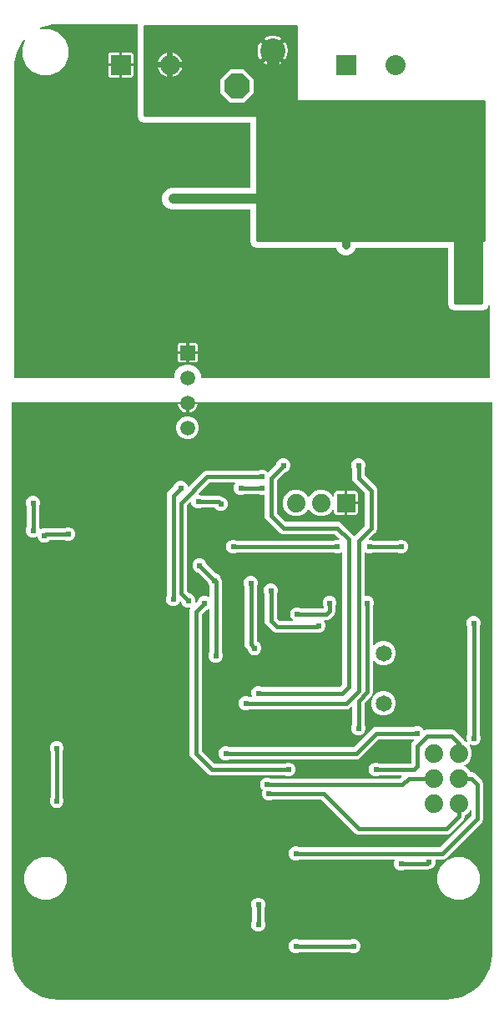
<source format=gbr>
G04 EAGLE Gerber RS-274X export*
G75*
%MOMM*%
%FSLAX34Y34*%
%LPD*%
%INBottom Copper*%
%IPPOS*%
%AMOC8*
5,1,8,0,0,1.08239X$1,22.5*%
G01*
%ADD10C,1.651000*%
%ADD11C,1.879600*%
%ADD12R,2.032000X2.032000*%
%ADD13C,2.032000*%
%ADD14C,2.540000*%
%ADD15P,2.749271X8X247.500000*%
%ADD16R,1.879600X1.879600*%
%ADD17R,1.500000X1.500000*%
%ADD18C,1.500000*%
%ADD19C,0.604000*%
%ADD20C,0.406400*%
%ADD21C,1.270000*%
%ADD22C,0.812800*%
%ADD23C,1.016000*%

G36*
X445116Y4067D02*
X445116Y4067D01*
X445143Y4066D01*
X450201Y4350D01*
X450232Y4357D01*
X450327Y4368D01*
X460189Y6619D01*
X460191Y6619D01*
X460192Y6619D01*
X460350Y6675D01*
X469464Y11064D01*
X469465Y11065D01*
X469467Y11065D01*
X469609Y11155D01*
X477517Y17462D01*
X477518Y17463D01*
X477520Y17464D01*
X477638Y17583D01*
X483945Y25491D01*
X483946Y25493D01*
X483947Y25493D01*
X484036Y25636D01*
X488425Y34750D01*
X488425Y34751D01*
X488426Y34752D01*
X488481Y34911D01*
X490732Y44773D01*
X490734Y44805D01*
X490750Y44899D01*
X491034Y49957D01*
X491032Y49974D01*
X491035Y50000D01*
X491035Y609600D01*
X491032Y609620D01*
X491034Y609639D01*
X491012Y609741D01*
X490996Y609843D01*
X490986Y609860D01*
X490982Y609880D01*
X490929Y609969D01*
X490880Y610060D01*
X490866Y610074D01*
X490856Y610091D01*
X490777Y610158D01*
X490702Y610230D01*
X490684Y610238D01*
X490669Y610251D01*
X490573Y610290D01*
X490479Y610333D01*
X490459Y610335D01*
X490441Y610343D01*
X490274Y610361D01*
X182962Y610361D01*
X182942Y610358D01*
X182923Y610360D01*
X182821Y610338D01*
X182719Y610322D01*
X182702Y610312D01*
X182682Y610308D01*
X182593Y610255D01*
X182502Y610206D01*
X182488Y610192D01*
X182471Y610182D01*
X182404Y610103D01*
X182333Y610028D01*
X182324Y610010D01*
X182311Y609995D01*
X182273Y609899D01*
X182229Y609805D01*
X182227Y609785D01*
X182219Y609767D01*
X182201Y609600D01*
X182201Y609599D01*
X182199Y609599D01*
X182199Y609600D01*
X182196Y609620D01*
X182198Y609639D01*
X182176Y609741D01*
X182159Y609843D01*
X182150Y609860D01*
X182146Y609880D01*
X182093Y609969D01*
X182044Y610060D01*
X182030Y610074D01*
X182020Y610091D01*
X181941Y610158D01*
X181866Y610230D01*
X181848Y610238D01*
X181833Y610251D01*
X181737Y610290D01*
X181643Y610333D01*
X181623Y610335D01*
X181605Y610343D01*
X181438Y610361D01*
X4826Y610361D01*
X4806Y610358D01*
X4787Y610360D01*
X4685Y610338D01*
X4583Y610322D01*
X4566Y610312D01*
X4546Y610308D01*
X4457Y610255D01*
X4366Y610206D01*
X4352Y610192D01*
X4335Y610182D01*
X4268Y610103D01*
X4196Y610028D01*
X4188Y610010D01*
X4175Y609995D01*
X4136Y609899D01*
X4093Y609805D01*
X4091Y609785D01*
X4083Y609767D01*
X4065Y609600D01*
X4065Y50000D01*
X4067Y49984D01*
X4066Y49957D01*
X4350Y44899D01*
X4357Y44868D01*
X4368Y44773D01*
X6619Y34911D01*
X6619Y34909D01*
X6619Y34908D01*
X6675Y34750D01*
X11064Y25636D01*
X11065Y25635D01*
X11065Y25633D01*
X11155Y25491D01*
X17462Y17583D01*
X17463Y17582D01*
X17464Y17580D01*
X17583Y17462D01*
X25491Y11155D01*
X25493Y11154D01*
X25493Y11153D01*
X25636Y11064D01*
X34750Y6675D01*
X34751Y6675D01*
X34752Y6674D01*
X34911Y6619D01*
X36014Y6367D01*
X39349Y5606D01*
X42685Y4844D01*
X44773Y4368D01*
X44805Y4366D01*
X44899Y4350D01*
X49957Y4066D01*
X49974Y4068D01*
X50000Y4065D01*
X445100Y4065D01*
X445116Y4067D01*
G37*
G36*
X167862Y634242D02*
X167862Y634242D01*
X167881Y634240D01*
X167983Y634262D01*
X168085Y634279D01*
X168102Y634288D01*
X168122Y634292D01*
X168211Y634345D01*
X168302Y634394D01*
X168316Y634408D01*
X168333Y634418D01*
X168400Y634497D01*
X168472Y634572D01*
X168480Y634590D01*
X168493Y634605D01*
X168532Y634701D01*
X168575Y634795D01*
X168577Y634815D01*
X168585Y634833D01*
X168603Y635000D01*
X168603Y637705D01*
X170673Y642702D01*
X174498Y646527D01*
X179495Y648597D01*
X184905Y648597D01*
X189902Y646527D01*
X193727Y642702D01*
X195797Y637705D01*
X195797Y635000D01*
X195800Y634980D01*
X195798Y634961D01*
X195820Y634859D01*
X195836Y634757D01*
X195846Y634740D01*
X195850Y634720D01*
X195903Y634631D01*
X195952Y634540D01*
X195966Y634526D01*
X195976Y634509D01*
X196055Y634442D01*
X196130Y634371D01*
X196148Y634362D01*
X196163Y634349D01*
X196259Y634310D01*
X196353Y634267D01*
X196373Y634265D01*
X196391Y634257D01*
X196558Y634239D01*
X488242Y634239D01*
X488262Y634242D01*
X488281Y634240D01*
X488383Y634262D01*
X488485Y634279D01*
X488502Y634288D01*
X488522Y634292D01*
X488611Y634345D01*
X488702Y634394D01*
X488716Y634408D01*
X488733Y634418D01*
X488800Y634497D01*
X488872Y634572D01*
X488880Y634590D01*
X488893Y634605D01*
X488932Y634701D01*
X488975Y634795D01*
X488977Y634815D01*
X488985Y634833D01*
X489003Y635000D01*
X489003Y707723D01*
X488988Y707819D01*
X488978Y707916D01*
X488968Y707940D01*
X488964Y707965D01*
X488918Y708051D01*
X488878Y708140D01*
X488861Y708160D01*
X488848Y708183D01*
X488778Y708250D01*
X488712Y708321D01*
X488689Y708334D01*
X488670Y708352D01*
X488582Y708393D01*
X488496Y708440D01*
X488471Y708445D01*
X488447Y708456D01*
X488350Y708466D01*
X488254Y708484D01*
X488228Y708480D01*
X488203Y708483D01*
X488107Y708462D01*
X488011Y708448D01*
X487988Y708436D01*
X487962Y708431D01*
X487879Y708381D01*
X487792Y708336D01*
X487773Y708318D01*
X487751Y708304D01*
X487688Y708230D01*
X487620Y708161D01*
X487604Y708132D01*
X487591Y708117D01*
X487579Y708087D01*
X487539Y708014D01*
X486951Y706595D01*
X484665Y704309D01*
X481677Y703071D01*
X453043Y703071D01*
X450055Y704309D01*
X447769Y706595D01*
X446531Y709583D01*
X446531Y765810D01*
X446528Y765830D01*
X446530Y765849D01*
X446508Y765951D01*
X446492Y766053D01*
X446482Y766070D01*
X446478Y766090D01*
X446425Y766179D01*
X446376Y766270D01*
X446362Y766284D01*
X446352Y766301D01*
X446273Y766368D01*
X446198Y766440D01*
X446180Y766448D01*
X446165Y766461D01*
X446069Y766500D01*
X445975Y766543D01*
X445955Y766545D01*
X445937Y766553D01*
X445770Y766571D01*
X353144Y766571D01*
X353029Y766552D01*
X352913Y766535D01*
X352907Y766533D01*
X352901Y766532D01*
X352798Y766477D01*
X352694Y766424D01*
X352689Y766419D01*
X352684Y766416D01*
X352604Y766332D01*
X352521Y766248D01*
X352518Y766242D01*
X352514Y766238D01*
X352506Y766221D01*
X352440Y766101D01*
X351514Y763864D01*
X348656Y761006D01*
X344921Y759459D01*
X340879Y759459D01*
X337144Y761006D01*
X334286Y763864D01*
X333360Y766101D01*
X333298Y766201D01*
X333238Y766301D01*
X333233Y766305D01*
X333230Y766310D01*
X333139Y766385D01*
X333051Y766461D01*
X333045Y766463D01*
X333041Y766467D01*
X332932Y766509D01*
X332823Y766553D01*
X332815Y766554D01*
X332811Y766555D01*
X332793Y766556D01*
X332656Y766571D01*
X252383Y766571D01*
X249395Y767809D01*
X247109Y770095D01*
X245871Y773083D01*
X245871Y804672D01*
X245868Y804692D01*
X245870Y804711D01*
X245848Y804813D01*
X245832Y804915D01*
X245822Y804932D01*
X245818Y804952D01*
X245765Y805041D01*
X245716Y805132D01*
X245702Y805146D01*
X245692Y805163D01*
X245613Y805230D01*
X245538Y805302D01*
X245520Y805310D01*
X245505Y805323D01*
X245409Y805362D01*
X245315Y805405D01*
X245295Y805407D01*
X245277Y805415D01*
X245110Y805433D01*
X165417Y805433D01*
X161309Y807135D01*
X158165Y810279D01*
X156463Y814387D01*
X156463Y818833D01*
X158165Y822941D01*
X161309Y826085D01*
X165417Y827787D01*
X245110Y827787D01*
X245130Y827790D01*
X245149Y827788D01*
X245251Y827810D01*
X245353Y827826D01*
X245370Y827836D01*
X245390Y827840D01*
X245479Y827893D01*
X245570Y827942D01*
X245584Y827956D01*
X245601Y827966D01*
X245668Y828045D01*
X245740Y828120D01*
X245748Y828138D01*
X245761Y828153D01*
X245800Y828249D01*
X245843Y828343D01*
X245845Y828363D01*
X245853Y828381D01*
X245871Y828548D01*
X245871Y892810D01*
X245868Y892830D01*
X245870Y892849D01*
X245848Y892951D01*
X245832Y893053D01*
X245822Y893070D01*
X245818Y893090D01*
X245765Y893179D01*
X245716Y893270D01*
X245702Y893284D01*
X245692Y893301D01*
X245613Y893368D01*
X245538Y893440D01*
X245520Y893448D01*
X245505Y893461D01*
X245409Y893500D01*
X245315Y893543D01*
X245295Y893545D01*
X245277Y893553D01*
X245110Y893571D01*
X138083Y893571D01*
X135095Y894809D01*
X132809Y897095D01*
X131571Y900083D01*
X131571Y992217D01*
X131834Y992851D01*
X131844Y992895D01*
X131864Y992937D01*
X131872Y993014D01*
X131890Y993090D01*
X131886Y993136D01*
X131891Y993181D01*
X131874Y993258D01*
X131867Y993335D01*
X131848Y993377D01*
X131838Y993422D01*
X131799Y993489D01*
X131767Y993560D01*
X131736Y993594D01*
X131712Y993633D01*
X131653Y993684D01*
X131600Y993741D01*
X131560Y993763D01*
X131525Y993793D01*
X131453Y993822D01*
X131385Y993859D01*
X131340Y993868D01*
X131297Y993885D01*
X131161Y993900D01*
X131143Y993903D01*
X131138Y993902D01*
X131131Y993903D01*
X50000Y993903D01*
X49984Y993901D01*
X49957Y993902D01*
X45127Y993631D01*
X45095Y993624D01*
X45000Y993613D01*
X35582Y991463D01*
X35580Y991463D01*
X35579Y991463D01*
X35421Y991407D01*
X33006Y990244D01*
X32943Y990200D01*
X32876Y990164D01*
X32843Y990130D01*
X32804Y990103D01*
X32759Y990041D01*
X32706Y989986D01*
X32686Y989943D01*
X32658Y989905D01*
X32635Y989832D01*
X32603Y989763D01*
X32598Y989716D01*
X32583Y989671D01*
X32584Y989594D01*
X32576Y989519D01*
X32586Y989472D01*
X32587Y989425D01*
X32612Y989353D01*
X32628Y989278D01*
X32652Y989237D01*
X32668Y989193D01*
X32715Y989132D01*
X32754Y989067D01*
X32790Y989036D01*
X32820Y988999D01*
X32883Y988957D01*
X32941Y988907D01*
X32985Y988889D01*
X33025Y988863D01*
X33098Y988844D01*
X33169Y988815D01*
X33233Y988808D01*
X33263Y988800D01*
X33289Y988802D01*
X33336Y988797D01*
X42794Y988797D01*
X51467Y985204D01*
X58104Y978567D01*
X61697Y969894D01*
X61697Y960506D01*
X58104Y951833D01*
X51467Y945196D01*
X42794Y941603D01*
X33406Y941603D01*
X24733Y945196D01*
X18096Y951833D01*
X14503Y960506D01*
X14503Y969894D01*
X17245Y976513D01*
X17249Y976529D01*
X17257Y976544D01*
X17262Y976572D01*
X17274Y976596D01*
X17282Y976670D01*
X17301Y976752D01*
X17299Y976769D01*
X17303Y976785D01*
X17298Y976817D01*
X17301Y976841D01*
X17287Y976906D01*
X17278Y976997D01*
X17271Y977012D01*
X17269Y977029D01*
X17253Y977061D01*
X17249Y977081D01*
X17217Y977133D01*
X17178Y977222D01*
X17167Y977234D01*
X17159Y977249D01*
X17132Y977276D01*
X17122Y977292D01*
X17079Y977329D01*
X17012Y977403D01*
X16997Y977411D01*
X16985Y977423D01*
X16949Y977440D01*
X16935Y977452D01*
X16885Y977473D01*
X16796Y977521D01*
X16779Y977524D01*
X16764Y977532D01*
X16724Y977537D01*
X16707Y977544D01*
X16611Y977555D01*
X16554Y977565D01*
X16537Y977563D01*
X16521Y977565D01*
X16416Y977545D01*
X16311Y977529D01*
X16299Y977523D01*
X16297Y977523D01*
X16294Y977521D01*
X16279Y977518D01*
X16186Y977466D01*
X16091Y977418D01*
X16084Y977410D01*
X16079Y977408D01*
X16075Y977403D01*
X16065Y977397D01*
X15946Y977278D01*
X12875Y973428D01*
X12875Y973426D01*
X12874Y973425D01*
X12785Y973283D01*
X8593Y964579D01*
X8593Y964578D01*
X8592Y964577D01*
X8537Y964418D01*
X6387Y955000D01*
X6385Y954968D01*
X6369Y954873D01*
X6098Y950043D01*
X6100Y950026D01*
X6097Y950000D01*
X6097Y635000D01*
X6100Y634980D01*
X6098Y634961D01*
X6120Y634859D01*
X6136Y634757D01*
X6146Y634740D01*
X6150Y634720D01*
X6203Y634631D01*
X6252Y634540D01*
X6266Y634526D01*
X6276Y634509D01*
X6355Y634442D01*
X6430Y634371D01*
X6448Y634362D01*
X6463Y634349D01*
X6559Y634310D01*
X6653Y634267D01*
X6673Y634265D01*
X6691Y634257D01*
X6858Y634239D01*
X167842Y634239D01*
X167862Y634242D01*
G37*
G36*
X480078Y709171D02*
X480078Y709171D01*
X480096Y709169D01*
X480278Y709190D01*
X480461Y709209D01*
X480478Y709214D01*
X480495Y709216D01*
X480670Y709273D01*
X480846Y709327D01*
X480861Y709335D01*
X480878Y709341D01*
X481038Y709431D01*
X481200Y709519D01*
X481213Y709530D01*
X481229Y709539D01*
X481368Y709659D01*
X481509Y709776D01*
X481520Y709790D01*
X481534Y709802D01*
X481646Y709947D01*
X481761Y710090D01*
X481769Y710106D01*
X481780Y710120D01*
X481862Y710285D01*
X481947Y710447D01*
X481952Y710464D01*
X481960Y710481D01*
X482007Y710659D01*
X482058Y710834D01*
X482060Y710852D01*
X482064Y710869D01*
X482091Y711200D01*
X482091Y772669D01*
X482600Y772669D01*
X482618Y772671D01*
X482636Y772669D01*
X482818Y772690D01*
X483001Y772709D01*
X483018Y772714D01*
X483035Y772716D01*
X483210Y772773D01*
X483386Y772827D01*
X483401Y772835D01*
X483418Y772841D01*
X483578Y772931D01*
X483740Y773019D01*
X483753Y773030D01*
X483769Y773039D01*
X483908Y773159D01*
X484049Y773276D01*
X484060Y773290D01*
X484074Y773302D01*
X484186Y773447D01*
X484301Y773590D01*
X484309Y773606D01*
X484320Y773620D01*
X484402Y773785D01*
X484487Y773947D01*
X484492Y773964D01*
X484500Y773981D01*
X484547Y774159D01*
X484598Y774334D01*
X484600Y774352D01*
X484604Y774369D01*
X484631Y774700D01*
X484631Y914400D01*
X484629Y914418D01*
X484631Y914436D01*
X484610Y914618D01*
X484591Y914801D01*
X484586Y914818D01*
X484584Y914835D01*
X484527Y915010D01*
X484473Y915186D01*
X484465Y915201D01*
X484459Y915218D01*
X484369Y915378D01*
X484281Y915540D01*
X484270Y915553D01*
X484261Y915569D01*
X484141Y915708D01*
X484024Y915849D01*
X484010Y915860D01*
X483998Y915874D01*
X483853Y915986D01*
X483710Y916101D01*
X483694Y916109D01*
X483680Y916120D01*
X483515Y916202D01*
X483353Y916287D01*
X483336Y916292D01*
X483320Y916300D01*
X483141Y916347D01*
X482966Y916398D01*
X482948Y916400D01*
X482931Y916404D01*
X482600Y916431D01*
X294131Y916431D01*
X294131Y990600D01*
X294129Y990618D01*
X294131Y990636D01*
X294110Y990818D01*
X294091Y991001D01*
X294086Y991018D01*
X294084Y991035D01*
X294027Y991210D01*
X293973Y991386D01*
X293965Y991401D01*
X293959Y991418D01*
X293869Y991578D01*
X293781Y991740D01*
X293770Y991753D01*
X293761Y991769D01*
X293641Y991908D01*
X293524Y992049D01*
X293510Y992060D01*
X293498Y992074D01*
X293353Y992186D01*
X293210Y992301D01*
X293194Y992309D01*
X293180Y992320D01*
X293015Y992402D01*
X292853Y992487D01*
X292836Y992492D01*
X292820Y992500D01*
X292641Y992547D01*
X292466Y992598D01*
X292448Y992600D01*
X292431Y992604D01*
X292100Y992631D01*
X139700Y992631D01*
X139682Y992629D01*
X139664Y992631D01*
X139482Y992610D01*
X139299Y992591D01*
X139282Y992586D01*
X139265Y992584D01*
X139090Y992527D01*
X138914Y992473D01*
X138899Y992465D01*
X138882Y992459D01*
X138722Y992369D01*
X138560Y992281D01*
X138547Y992270D01*
X138531Y992261D01*
X138392Y992141D01*
X138251Y992024D01*
X138240Y992010D01*
X138227Y991998D01*
X138114Y991853D01*
X137999Y991710D01*
X137991Y991694D01*
X137980Y991680D01*
X137898Y991515D01*
X137813Y991353D01*
X137808Y991336D01*
X137800Y991320D01*
X137753Y991141D01*
X137702Y990966D01*
X137700Y990948D01*
X137696Y990931D01*
X137669Y990600D01*
X137669Y901700D01*
X137671Y901682D01*
X137669Y901664D01*
X137690Y901482D01*
X137709Y901299D01*
X137714Y901282D01*
X137716Y901265D01*
X137773Y901090D01*
X137827Y900914D01*
X137835Y900899D01*
X137841Y900882D01*
X137931Y900722D01*
X138019Y900560D01*
X138030Y900547D01*
X138039Y900531D01*
X138159Y900392D01*
X138276Y900251D01*
X138290Y900240D01*
X138302Y900227D01*
X138447Y900114D01*
X138590Y899999D01*
X138606Y899991D01*
X138620Y899980D01*
X138785Y899898D01*
X138947Y899813D01*
X138964Y899808D01*
X138981Y899800D01*
X139159Y899753D01*
X139334Y899702D01*
X139352Y899700D01*
X139369Y899696D01*
X139700Y899669D01*
X251969Y899669D01*
X251969Y774700D01*
X251971Y774682D01*
X251969Y774664D01*
X251990Y774482D01*
X252009Y774299D01*
X252014Y774282D01*
X252016Y774265D01*
X252073Y774090D01*
X252127Y773914D01*
X252135Y773899D01*
X252141Y773882D01*
X252231Y773722D01*
X252319Y773560D01*
X252330Y773547D01*
X252339Y773531D01*
X252459Y773392D01*
X252576Y773251D01*
X252590Y773240D01*
X252602Y773227D01*
X252747Y773114D01*
X252890Y772999D01*
X252906Y772991D01*
X252920Y772980D01*
X253085Y772898D01*
X253247Y772813D01*
X253264Y772808D01*
X253281Y772800D01*
X253459Y772753D01*
X253634Y772702D01*
X253652Y772700D01*
X253669Y772696D01*
X254000Y772669D01*
X452629Y772669D01*
X452629Y711200D01*
X452631Y711182D01*
X452629Y711164D01*
X452650Y710982D01*
X452669Y710799D01*
X452674Y710782D01*
X452676Y710765D01*
X452733Y710590D01*
X452787Y710414D01*
X452795Y710399D01*
X452801Y710382D01*
X452891Y710222D01*
X452979Y710060D01*
X452990Y710047D01*
X452999Y710031D01*
X453119Y709892D01*
X453236Y709751D01*
X453250Y709740D01*
X453262Y709727D01*
X453407Y709614D01*
X453550Y709499D01*
X453566Y709491D01*
X453580Y709480D01*
X453745Y709398D01*
X453907Y709313D01*
X453924Y709308D01*
X453941Y709300D01*
X454119Y709253D01*
X454294Y709202D01*
X454312Y709200D01*
X454329Y709196D01*
X454660Y709169D01*
X480060Y709169D01*
X480078Y709171D01*
G37*
%LPC*%
G36*
X283071Y230405D02*
X283071Y230405D01*
X280825Y231335D01*
X280762Y231350D01*
X280701Y231375D01*
X280618Y231384D01*
X280586Y231391D01*
X280567Y231390D01*
X280534Y231393D01*
X205797Y231393D01*
X203556Y232321D01*
X185331Y250546D01*
X184403Y252787D01*
X184403Y398723D01*
X185290Y400863D01*
X185306Y400933D01*
X185332Y401000D01*
X185334Y401052D01*
X185346Y401103D01*
X185339Y401174D01*
X185342Y401246D01*
X185328Y401296D01*
X185323Y401347D01*
X185294Y401413D01*
X185274Y401482D01*
X185244Y401525D01*
X185223Y401572D01*
X185175Y401625D01*
X185134Y401684D01*
X185092Y401715D01*
X185057Y401753D01*
X184994Y401788D01*
X184936Y401831D01*
X184887Y401847D01*
X184841Y401872D01*
X184770Y401885D01*
X184702Y401907D01*
X184650Y401906D01*
X184599Y401916D01*
X184528Y401905D01*
X184456Y401904D01*
X184387Y401885D01*
X184356Y401880D01*
X184335Y401869D01*
X184295Y401858D01*
X184289Y401855D01*
X181471Y401855D01*
X178867Y402934D01*
X176874Y404927D01*
X175944Y407172D01*
X175909Y407228D01*
X175884Y407288D01*
X175832Y407353D01*
X175814Y407381D01*
X175799Y407394D01*
X175779Y407419D01*
X175434Y407764D01*
X175397Y407790D01*
X175366Y407824D01*
X175298Y407862D01*
X175235Y407907D01*
X175191Y407921D01*
X175151Y407943D01*
X175074Y407957D01*
X175000Y407979D01*
X174954Y407978D01*
X174909Y407986D01*
X174831Y407975D01*
X174754Y407973D01*
X174711Y407957D01*
X174665Y407951D01*
X174596Y407915D01*
X174523Y407889D01*
X174487Y407860D01*
X174446Y407839D01*
X174391Y407784D01*
X174331Y407735D01*
X174306Y407696D01*
X174274Y407664D01*
X174208Y407544D01*
X174198Y407528D01*
X174196Y407523D01*
X174193Y407517D01*
X173646Y406197D01*
X171653Y404204D01*
X169049Y403125D01*
X166231Y403125D01*
X163627Y404204D01*
X161634Y406197D01*
X160555Y408801D01*
X160555Y411619D01*
X161485Y413865D01*
X161500Y413928D01*
X161525Y413989D01*
X161534Y414072D01*
X161541Y414104D01*
X161540Y414123D01*
X161543Y414156D01*
X161543Y516833D01*
X162471Y519074D01*
X168159Y524761D01*
X168197Y524814D01*
X168243Y524861D01*
X168283Y524934D01*
X168302Y524961D01*
X168308Y524979D01*
X168324Y525008D01*
X169254Y527253D01*
X171247Y529246D01*
X173851Y530325D01*
X176669Y530325D01*
X179273Y529246D01*
X181266Y527253D01*
X182185Y525035D01*
X182209Y524996D01*
X182225Y524953D01*
X182273Y524893D01*
X182314Y524826D01*
X182350Y524797D01*
X182378Y524761D01*
X182444Y524719D01*
X182504Y524670D01*
X182547Y524653D01*
X182585Y524628D01*
X182661Y524609D01*
X182733Y524581D01*
X182779Y524579D01*
X182824Y524568D01*
X182901Y524574D01*
X182979Y524571D01*
X183023Y524584D01*
X183069Y524587D01*
X183141Y524618D01*
X183215Y524639D01*
X183253Y524666D01*
X183295Y524684D01*
X183402Y524769D01*
X183418Y524780D01*
X183421Y524784D01*
X183426Y524788D01*
X196654Y538016D01*
X198476Y539839D01*
X200717Y540767D01*
X253864Y540767D01*
X253929Y540777D01*
X253994Y540778D01*
X254074Y540801D01*
X254107Y540806D01*
X254124Y540816D01*
X254155Y540825D01*
X256401Y541755D01*
X259219Y541755D01*
X261823Y540676D01*
X263050Y539449D01*
X263067Y539437D01*
X263079Y539422D01*
X263166Y539366D01*
X263250Y539305D01*
X263269Y539300D01*
X263286Y539289D01*
X263386Y539263D01*
X263485Y539233D01*
X263505Y539234D01*
X263524Y539229D01*
X263627Y539237D01*
X263731Y539239D01*
X263750Y539246D01*
X263770Y539248D01*
X263864Y539288D01*
X263962Y539324D01*
X263978Y539336D01*
X263996Y539344D01*
X264127Y539449D01*
X272299Y547621D01*
X272337Y547674D01*
X272383Y547721D01*
X272423Y547794D01*
X272442Y547821D01*
X272448Y547839D01*
X272464Y547868D01*
X273394Y550113D01*
X275387Y552106D01*
X277991Y553185D01*
X280809Y553185D01*
X283413Y552106D01*
X285406Y550113D01*
X286485Y547509D01*
X286485Y544691D01*
X285406Y542087D01*
X283413Y540094D01*
X281168Y539164D01*
X281112Y539129D01*
X281052Y539104D01*
X281018Y539077D01*
X281003Y539069D01*
X280987Y539052D01*
X280959Y539034D01*
X280946Y539019D01*
X280921Y538999D01*
X273020Y531098D01*
X272967Y531024D01*
X272907Y530954D01*
X272895Y530924D01*
X272876Y530898D01*
X272849Y530811D01*
X272815Y530726D01*
X272811Y530685D01*
X272804Y530663D01*
X272805Y530631D01*
X272797Y530559D01*
X272797Y498141D01*
X272811Y498051D01*
X272819Y497960D01*
X272831Y497930D01*
X272836Y497898D01*
X272879Y497817D01*
X272915Y497733D01*
X272941Y497701D01*
X272952Y497681D01*
X272975Y497658D01*
X272999Y497628D01*
X273001Y497625D01*
X273003Y497623D01*
X273020Y497602D01*
X281702Y488920D01*
X281776Y488867D01*
X281846Y488807D01*
X281876Y488795D01*
X281902Y488776D01*
X281989Y488749D01*
X282074Y488715D01*
X282115Y488711D01*
X282137Y488704D01*
X282169Y488705D01*
X282241Y488697D01*
X335223Y488697D01*
X337464Y487769D01*
X350617Y474615D01*
X350633Y474604D01*
X350645Y474588D01*
X350733Y474532D01*
X350816Y474472D01*
X350835Y474466D01*
X350852Y474455D01*
X350953Y474430D01*
X351052Y474399D01*
X351071Y474400D01*
X351091Y474395D01*
X351194Y474403D01*
X351297Y474406D01*
X351316Y474413D01*
X351336Y474414D01*
X351431Y474455D01*
X351528Y474490D01*
X351544Y474503D01*
X351562Y474511D01*
X351693Y474615D01*
X361980Y484902D01*
X362033Y484976D01*
X362093Y485046D01*
X362105Y485076D01*
X362124Y485102D01*
X362151Y485189D01*
X362185Y485274D01*
X362189Y485315D01*
X362196Y485337D01*
X362195Y485369D01*
X362203Y485441D01*
X362203Y517859D01*
X362189Y517949D01*
X362181Y518040D01*
X362169Y518070D01*
X362164Y518102D01*
X362121Y518183D01*
X362085Y518267D01*
X362059Y518299D01*
X362048Y518319D01*
X362025Y518342D01*
X361980Y518398D01*
X350431Y529946D01*
X349503Y532187D01*
X349503Y542154D01*
X349493Y542219D01*
X349492Y542284D01*
X349469Y542364D01*
X349464Y542397D01*
X349454Y542414D01*
X349445Y542445D01*
X348515Y544691D01*
X348515Y547509D01*
X349594Y550113D01*
X351587Y552106D01*
X354191Y553185D01*
X357009Y553185D01*
X359613Y552106D01*
X361606Y550113D01*
X362685Y547509D01*
X362685Y544691D01*
X361755Y542445D01*
X361740Y542382D01*
X361715Y542321D01*
X361706Y542238D01*
X361699Y542206D01*
X361700Y542187D01*
X361697Y542154D01*
X361697Y536241D01*
X361711Y536151D01*
X361719Y536060D01*
X361731Y536030D01*
X361736Y535998D01*
X361779Y535917D01*
X361815Y535833D01*
X361841Y535801D01*
X361852Y535781D01*
X361875Y535758D01*
X361920Y535702D01*
X373469Y524154D01*
X374397Y521913D01*
X374397Y481387D01*
X373469Y479146D01*
X371646Y477324D01*
X366256Y471934D01*
X366214Y471876D01*
X366165Y471824D01*
X366143Y471777D01*
X366113Y471735D01*
X366092Y471666D01*
X366061Y471601D01*
X366056Y471549D01*
X366040Y471499D01*
X366042Y471428D01*
X366034Y471357D01*
X366045Y471306D01*
X366047Y471254D01*
X366071Y471186D01*
X366087Y471116D01*
X366113Y471071D01*
X366131Y471023D01*
X366176Y470967D01*
X366213Y470905D01*
X366252Y470871D01*
X366285Y470831D01*
X366345Y470792D01*
X366400Y470745D01*
X366448Y470726D01*
X366492Y470698D01*
X366561Y470680D01*
X366628Y470653D01*
X366699Y470645D01*
X366730Y470637D01*
X366754Y470639D01*
X366795Y470635D01*
X368439Y470635D01*
X370685Y469705D01*
X370748Y469690D01*
X370809Y469665D01*
X370892Y469656D01*
X370924Y469649D01*
X370943Y469650D01*
X370976Y469647D01*
X394834Y469647D01*
X394899Y469657D01*
X394964Y469658D01*
X395044Y469681D01*
X395077Y469686D01*
X395094Y469696D01*
X395125Y469705D01*
X397371Y470635D01*
X400189Y470635D01*
X402793Y469556D01*
X404786Y467563D01*
X405865Y464959D01*
X405865Y462141D01*
X404786Y459537D01*
X402793Y457544D01*
X400189Y456465D01*
X397371Y456465D01*
X395125Y457395D01*
X395062Y457410D01*
X395001Y457435D01*
X394918Y457444D01*
X394886Y457451D01*
X394867Y457450D01*
X394834Y457453D01*
X370976Y457453D01*
X370911Y457443D01*
X370846Y457442D01*
X370766Y457419D01*
X370733Y457414D01*
X370716Y457404D01*
X370685Y457395D01*
X368439Y456465D01*
X365621Y456465D01*
X363017Y457544D01*
X362996Y457564D01*
X362938Y457606D01*
X362886Y457656D01*
X362839Y457678D01*
X362797Y457708D01*
X362728Y457729D01*
X362663Y457759D01*
X362611Y457765D01*
X362562Y457780D01*
X362490Y457778D01*
X362419Y457786D01*
X362368Y457775D01*
X362316Y457774D01*
X362248Y457749D01*
X362178Y457734D01*
X362133Y457707D01*
X362085Y457690D01*
X362029Y457645D01*
X361967Y457608D01*
X361933Y457568D01*
X361893Y457536D01*
X361854Y457476D01*
X361807Y457421D01*
X361788Y457373D01*
X361760Y457329D01*
X361742Y457259D01*
X361715Y457193D01*
X361707Y457122D01*
X361699Y457090D01*
X361701Y457067D01*
X361697Y457026D01*
X361697Y414051D01*
X361704Y414005D01*
X361702Y413960D01*
X361724Y413885D01*
X361736Y413808D01*
X361758Y413767D01*
X361771Y413723D01*
X361815Y413659D01*
X361852Y413591D01*
X361885Y413559D01*
X361911Y413521D01*
X361973Y413475D01*
X362030Y413421D01*
X362072Y413402D01*
X362108Y413375D01*
X362182Y413350D01*
X362253Y413318D01*
X362299Y413313D01*
X362342Y413298D01*
X362420Y413299D01*
X362497Y413291D01*
X362542Y413300D01*
X362588Y413301D01*
X362719Y413339D01*
X362738Y413343D01*
X362742Y413345D01*
X362749Y413347D01*
X363081Y413485D01*
X365899Y413485D01*
X368503Y412406D01*
X370496Y410413D01*
X371575Y407809D01*
X371575Y404991D01*
X370645Y402745D01*
X370630Y402682D01*
X370605Y402621D01*
X370596Y402538D01*
X370589Y402506D01*
X370590Y402487D01*
X370587Y402454D01*
X370587Y364447D01*
X370598Y364377D01*
X370600Y364305D01*
X370618Y364256D01*
X370626Y364205D01*
X370660Y364141D01*
X370685Y364074D01*
X370717Y364033D01*
X370742Y363987D01*
X370794Y363938D01*
X370838Y363882D01*
X370882Y363854D01*
X370920Y363818D01*
X370985Y363788D01*
X371045Y363749D01*
X371096Y363736D01*
X371143Y363714D01*
X371214Y363706D01*
X371284Y363689D01*
X371336Y363693D01*
X371387Y363687D01*
X371458Y363702D01*
X371529Y363708D01*
X371577Y363728D01*
X371628Y363739D01*
X371689Y363776D01*
X371755Y363804D01*
X371811Y363849D01*
X371839Y363865D01*
X371854Y363883D01*
X371886Y363909D01*
X374021Y366044D01*
X378549Y367920D01*
X383451Y367920D01*
X387979Y366044D01*
X391444Y362579D01*
X393320Y358051D01*
X393320Y353149D01*
X391444Y348621D01*
X387979Y345156D01*
X383451Y343280D01*
X378549Y343280D01*
X374021Y345156D01*
X371886Y347291D01*
X371828Y347333D01*
X371776Y347382D01*
X371729Y347404D01*
X371687Y347435D01*
X371618Y347456D01*
X371553Y347486D01*
X371501Y347492D01*
X371451Y347507D01*
X371380Y347505D01*
X371309Y347513D01*
X371258Y347502D01*
X371206Y347501D01*
X371138Y347476D01*
X371068Y347461D01*
X371023Y347434D01*
X370975Y347416D01*
X370919Y347371D01*
X370857Y347335D01*
X370823Y347295D01*
X370783Y347262D01*
X370744Y347202D01*
X370697Y347148D01*
X370678Y347099D01*
X370650Y347055D01*
X370632Y346986D01*
X370605Y346919D01*
X370597Y346848D01*
X370589Y346817D01*
X370591Y346794D01*
X370587Y346753D01*
X370587Y315017D01*
X369783Y313077D01*
X369761Y312982D01*
X369732Y312889D01*
X369733Y312863D01*
X369727Y312837D01*
X369736Y312741D01*
X369738Y312643D01*
X369747Y312619D01*
X369750Y312593D01*
X369779Y312527D01*
X369766Y312526D01*
X369741Y312531D01*
X369644Y312516D01*
X369547Y312509D01*
X369523Y312499D01*
X369497Y312495D01*
X369410Y312451D01*
X369321Y312413D01*
X369295Y312392D01*
X369278Y312383D01*
X369255Y312360D01*
X369190Y312308D01*
X361920Y305038D01*
X361867Y304964D01*
X361807Y304894D01*
X361795Y304864D01*
X361776Y304838D01*
X361749Y304751D01*
X361715Y304666D01*
X361711Y304625D01*
X361704Y304603D01*
X361705Y304571D01*
X361697Y304499D01*
X361697Y283346D01*
X361707Y283281D01*
X361708Y283216D01*
X361731Y283136D01*
X361736Y283103D01*
X361746Y283086D01*
X361755Y283055D01*
X362685Y280809D01*
X362685Y277991D01*
X361606Y275387D01*
X359613Y273394D01*
X357009Y272315D01*
X354191Y272315D01*
X351587Y273394D01*
X349594Y275387D01*
X348515Y277991D01*
X348515Y280809D01*
X349445Y283055D01*
X349460Y283118D01*
X349485Y283179D01*
X349494Y283262D01*
X349501Y283294D01*
X349500Y283313D01*
X349503Y283346D01*
X349503Y300943D01*
X349492Y301014D01*
X349490Y301086D01*
X349472Y301135D01*
X349464Y301186D01*
X349430Y301249D01*
X349405Y301317D01*
X349373Y301357D01*
X349348Y301404D01*
X349296Y301453D01*
X349252Y301509D01*
X349208Y301537D01*
X349170Y301573D01*
X349105Y301603D01*
X349045Y301642D01*
X348994Y301655D01*
X348947Y301677D01*
X348876Y301684D01*
X348806Y301702D01*
X348754Y301698D01*
X348703Y301704D01*
X348632Y301688D01*
X348561Y301683D01*
X348513Y301662D01*
X348462Y301651D01*
X348401Y301615D01*
X348335Y301586D01*
X348279Y301542D01*
X348251Y301525D01*
X348236Y301507D01*
X348204Y301482D01*
X346354Y299631D01*
X344113Y298703D01*
X245246Y298703D01*
X245181Y298693D01*
X245116Y298692D01*
X245036Y298669D01*
X245003Y298664D01*
X244986Y298654D01*
X244955Y298645D01*
X242709Y297715D01*
X239891Y297715D01*
X237287Y298794D01*
X235294Y300787D01*
X234215Y303391D01*
X234215Y306209D01*
X235294Y308813D01*
X237287Y310806D01*
X239891Y311885D01*
X242709Y311885D01*
X244955Y310955D01*
X245018Y310940D01*
X245079Y310915D01*
X245162Y310906D01*
X245194Y310899D01*
X245213Y310900D01*
X245246Y310897D01*
X246875Y310897D01*
X246921Y310904D01*
X246966Y310902D01*
X247041Y310924D01*
X247118Y310936D01*
X247159Y310958D01*
X247203Y310971D01*
X247267Y311015D01*
X247335Y311052D01*
X247367Y311085D01*
X247405Y311111D01*
X247451Y311173D01*
X247505Y311230D01*
X247524Y311272D01*
X247552Y311308D01*
X247576Y311382D01*
X247608Y311453D01*
X247614Y311499D01*
X247628Y311542D01*
X247627Y311620D01*
X247636Y311697D01*
X247626Y311742D01*
X247625Y311788D01*
X247587Y311920D01*
X247583Y311938D01*
X247581Y311942D01*
X247579Y311949D01*
X246915Y313551D01*
X246915Y316369D01*
X247994Y318973D01*
X249987Y320966D01*
X252591Y322045D01*
X255409Y322045D01*
X257655Y321115D01*
X257718Y321100D01*
X257779Y321075D01*
X257862Y321066D01*
X257894Y321059D01*
X257913Y321060D01*
X257946Y321057D01*
X336249Y321057D01*
X336339Y321071D01*
X336430Y321079D01*
X336460Y321091D01*
X336492Y321096D01*
X336573Y321139D01*
X336657Y321175D01*
X336689Y321201D01*
X336709Y321212D01*
X336732Y321235D01*
X336788Y321280D01*
X339120Y323612D01*
X339173Y323686D01*
X339233Y323756D01*
X339245Y323786D01*
X339264Y323812D01*
X339291Y323899D01*
X339325Y323984D01*
X339329Y324025D01*
X339336Y324047D01*
X339335Y324079D01*
X339343Y324151D01*
X339343Y457026D01*
X339341Y457039D01*
X339342Y457048D01*
X339332Y457095D01*
X339332Y457097D01*
X339330Y457169D01*
X339312Y457218D01*
X339304Y457269D01*
X339270Y457332D01*
X339245Y457400D01*
X339213Y457440D01*
X339188Y457486D01*
X339137Y457536D01*
X339092Y457592D01*
X339048Y457620D01*
X339010Y457656D01*
X338945Y457686D01*
X338885Y457725D01*
X338834Y457737D01*
X338787Y457759D01*
X338716Y457767D01*
X338646Y457785D01*
X338594Y457781D01*
X338543Y457786D01*
X338472Y457771D01*
X338401Y457766D01*
X338353Y457745D01*
X338302Y457734D01*
X338241Y457697D01*
X338175Y457669D01*
X338119Y457624D01*
X338091Y457608D01*
X338076Y457590D01*
X338044Y457564D01*
X338023Y457544D01*
X335419Y456465D01*
X332601Y456465D01*
X330355Y457395D01*
X330292Y457410D01*
X330231Y457435D01*
X330148Y457444D01*
X330116Y457451D01*
X330097Y457450D01*
X330064Y457453D01*
X232546Y457453D01*
X232481Y457443D01*
X232416Y457442D01*
X232336Y457419D01*
X232303Y457414D01*
X232286Y457404D01*
X232255Y457395D01*
X230009Y456465D01*
X227191Y456465D01*
X224587Y457544D01*
X222594Y459537D01*
X221515Y462141D01*
X221515Y464959D01*
X222594Y467563D01*
X224587Y469556D01*
X227191Y470635D01*
X230009Y470635D01*
X232255Y469705D01*
X232318Y469690D01*
X232379Y469665D01*
X232462Y469656D01*
X232494Y469649D01*
X232513Y469650D01*
X232546Y469647D01*
X330064Y469647D01*
X330129Y469657D01*
X330194Y469658D01*
X330274Y469681D01*
X330307Y469686D01*
X330324Y469696D01*
X330355Y469705D01*
X332601Y470635D01*
X335515Y470635D01*
X335586Y470646D01*
X335658Y470648D01*
X335707Y470666D01*
X335758Y470674D01*
X335821Y470708D01*
X335889Y470733D01*
X335929Y470765D01*
X335976Y470790D01*
X336025Y470842D01*
X336081Y470886D01*
X336109Y470930D01*
X336145Y470968D01*
X336175Y471033D01*
X336214Y471093D01*
X336227Y471144D01*
X336249Y471191D01*
X336256Y471262D01*
X336274Y471332D01*
X336270Y471384D01*
X336276Y471435D01*
X336260Y471506D01*
X336255Y471577D01*
X336234Y471625D01*
X336223Y471676D01*
X336187Y471737D01*
X336158Y471803D01*
X336114Y471859D01*
X336097Y471887D01*
X336079Y471902D01*
X336054Y471934D01*
X331708Y476280D01*
X331634Y476333D01*
X331564Y476393D01*
X331534Y476405D01*
X331508Y476424D01*
X331421Y476451D01*
X331336Y476485D01*
X331295Y476489D01*
X331273Y476496D01*
X331241Y476495D01*
X331169Y476503D01*
X278187Y476503D01*
X275946Y477431D01*
X261531Y491846D01*
X260603Y494087D01*
X260603Y515589D01*
X260596Y515635D01*
X260598Y515680D01*
X260576Y515755D01*
X260564Y515832D01*
X260542Y515873D01*
X260529Y515917D01*
X260485Y515981D01*
X260448Y516049D01*
X260415Y516081D01*
X260389Y516119D01*
X260327Y516165D01*
X260270Y516219D01*
X260228Y516238D01*
X260192Y516265D01*
X260118Y516290D01*
X260047Y516322D01*
X260001Y516327D01*
X259958Y516342D01*
X259880Y516341D01*
X259803Y516349D01*
X259758Y516340D01*
X259712Y516339D01*
X259581Y516301D01*
X259562Y516297D01*
X259558Y516295D01*
X259551Y516293D01*
X259219Y516155D01*
X256401Y516155D01*
X254155Y517085D01*
X254092Y517100D01*
X254031Y517125D01*
X253948Y517134D01*
X253916Y517141D01*
X253897Y517140D01*
X253864Y517143D01*
X240166Y517143D01*
X240101Y517133D01*
X240036Y517132D01*
X239956Y517109D01*
X239923Y517104D01*
X239906Y517094D01*
X239875Y517085D01*
X237629Y516155D01*
X234811Y516155D01*
X232207Y517234D01*
X230214Y519227D01*
X229135Y521831D01*
X229135Y524649D01*
X230214Y527253D01*
X230234Y527274D01*
X230276Y527332D01*
X230326Y527384D01*
X230348Y527431D01*
X230378Y527473D01*
X230399Y527542D01*
X230429Y527607D01*
X230435Y527659D01*
X230450Y527708D01*
X230448Y527780D01*
X230456Y527851D01*
X230445Y527902D01*
X230444Y527954D01*
X230419Y528022D01*
X230404Y528092D01*
X230377Y528137D01*
X230360Y528185D01*
X230315Y528241D01*
X230278Y528303D01*
X230238Y528337D01*
X230206Y528377D01*
X230146Y528416D01*
X230091Y528463D01*
X230043Y528482D01*
X229999Y528510D01*
X229929Y528528D01*
X229863Y528555D01*
X229792Y528563D01*
X229760Y528571D01*
X229737Y528569D01*
X229696Y528573D01*
X204771Y528573D01*
X204681Y528559D01*
X204590Y528551D01*
X204560Y528539D01*
X204528Y528534D01*
X204447Y528491D01*
X204363Y528455D01*
X204331Y528429D01*
X204311Y528418D01*
X204304Y528412D01*
X204303Y528411D01*
X204287Y528394D01*
X204232Y528350D01*
X193536Y517654D01*
X193494Y517596D01*
X193445Y517544D01*
X193423Y517497D01*
X193393Y517455D01*
X193372Y517386D01*
X193341Y517321D01*
X193336Y517269D01*
X193320Y517219D01*
X193322Y517148D01*
X193314Y517077D01*
X193325Y517026D01*
X193327Y516974D01*
X193351Y516906D01*
X193367Y516836D01*
X193393Y516791D01*
X193411Y516743D01*
X193456Y516687D01*
X193493Y516625D01*
X193532Y516591D01*
X193565Y516551D01*
X193625Y516512D01*
X193680Y516465D01*
X193728Y516446D01*
X193772Y516418D01*
X193841Y516400D01*
X193908Y516373D01*
X193979Y516365D01*
X194010Y516357D01*
X194034Y516359D01*
X194075Y516355D01*
X194449Y516355D01*
X196695Y515425D01*
X196758Y515410D01*
X196819Y515385D01*
X196902Y515376D01*
X196934Y515369D01*
X196953Y515370D01*
X196986Y515367D01*
X214573Y515367D01*
X216814Y514439D01*
X217421Y513831D01*
X217474Y513793D01*
X217521Y513747D01*
X217594Y513707D01*
X217621Y513688D01*
X217639Y513682D01*
X217668Y513666D01*
X219913Y512736D01*
X221906Y510743D01*
X222985Y508139D01*
X222985Y505321D01*
X221906Y502717D01*
X219913Y500724D01*
X217309Y499645D01*
X214491Y499645D01*
X211887Y500724D01*
X209887Y502724D01*
X209838Y502803D01*
X209778Y502903D01*
X209773Y502907D01*
X209770Y502912D01*
X209680Y502987D01*
X209591Y503063D01*
X209585Y503065D01*
X209580Y503069D01*
X209472Y503111D01*
X209363Y503155D01*
X209355Y503156D01*
X209351Y503157D01*
X209332Y503158D01*
X209196Y503173D01*
X196986Y503173D01*
X196921Y503163D01*
X196856Y503162D01*
X196776Y503139D01*
X196743Y503134D01*
X196726Y503124D01*
X196695Y503115D01*
X194449Y502185D01*
X191631Y502185D01*
X189027Y503264D01*
X187034Y505257D01*
X185955Y507861D01*
X185955Y508235D01*
X185944Y508306D01*
X185942Y508378D01*
X185924Y508427D01*
X185916Y508478D01*
X185882Y508541D01*
X185857Y508609D01*
X185825Y508649D01*
X185800Y508696D01*
X185748Y508745D01*
X185704Y508801D01*
X185660Y508829D01*
X185622Y508865D01*
X185557Y508895D01*
X185497Y508934D01*
X185446Y508947D01*
X185399Y508969D01*
X185328Y508976D01*
X185258Y508994D01*
X185206Y508990D01*
X185155Y508996D01*
X185084Y508980D01*
X185013Y508975D01*
X184965Y508954D01*
X184914Y508943D01*
X184853Y508907D01*
X184787Y508878D01*
X184731Y508834D01*
X184703Y508817D01*
X184688Y508799D01*
X184656Y508774D01*
X181580Y505698D01*
X181527Y505624D01*
X181467Y505554D01*
X181455Y505524D01*
X181436Y505498D01*
X181409Y505411D01*
X181375Y505326D01*
X181371Y505285D01*
X181364Y505263D01*
X181365Y505231D01*
X181357Y505159D01*
X181357Y419401D01*
X181371Y419311D01*
X181379Y419220D01*
X181391Y419190D01*
X181396Y419158D01*
X181439Y419077D01*
X181475Y418993D01*
X181501Y418961D01*
X181512Y418941D01*
X181535Y418918D01*
X181580Y418862D01*
X184401Y416041D01*
X184454Y416003D01*
X184501Y415957D01*
X184574Y415917D01*
X184601Y415898D01*
X184619Y415892D01*
X184648Y415876D01*
X186893Y414946D01*
X188886Y412953D01*
X189965Y410349D01*
X189965Y407435D01*
X189976Y407364D01*
X189978Y407292D01*
X189996Y407243D01*
X190004Y407192D01*
X190038Y407129D01*
X190063Y407061D01*
X190095Y407021D01*
X190120Y406974D01*
X190172Y406925D01*
X190216Y406869D01*
X190260Y406841D01*
X190298Y406805D01*
X190363Y406775D01*
X190423Y406736D01*
X190474Y406723D01*
X190521Y406701D01*
X190592Y406694D01*
X190662Y406676D01*
X190714Y406680D01*
X190765Y406674D01*
X190836Y406690D01*
X190907Y406695D01*
X190955Y406716D01*
X191006Y406727D01*
X191067Y406763D01*
X191133Y406792D01*
X191189Y406836D01*
X191217Y406853D01*
X191232Y406871D01*
X191264Y406896D01*
X192289Y407921D01*
X192327Y407974D01*
X192373Y408021D01*
X192413Y408094D01*
X192432Y408121D01*
X192438Y408139D01*
X192454Y408168D01*
X193384Y410413D01*
X195377Y412406D01*
X197981Y413485D01*
X200799Y413485D01*
X203403Y412406D01*
X203424Y412386D01*
X203482Y412344D01*
X203534Y412294D01*
X203581Y412272D01*
X203623Y412242D01*
X203692Y412221D01*
X203757Y412191D01*
X203809Y412185D01*
X203858Y412170D01*
X203930Y412172D01*
X204001Y412164D01*
X204052Y412175D01*
X204104Y412176D01*
X204172Y412201D01*
X204242Y412216D01*
X204287Y412243D01*
X204335Y412260D01*
X204391Y412305D01*
X204453Y412342D01*
X204487Y412382D01*
X204527Y412414D01*
X204566Y412474D01*
X204613Y412529D01*
X204632Y412577D01*
X204660Y412621D01*
X204678Y412691D01*
X204705Y412757D01*
X204713Y412828D01*
X204721Y412860D01*
X204719Y412883D01*
X204723Y412924D01*
X204723Y423752D01*
X204709Y423842D01*
X204701Y423933D01*
X204689Y423963D01*
X204684Y423995D01*
X204641Y424076D01*
X204605Y424159D01*
X204579Y424192D01*
X204568Y424212D01*
X204545Y424234D01*
X204500Y424290D01*
X203544Y425247D01*
X202614Y427492D01*
X202579Y427548D01*
X202554Y427608D01*
X202502Y427673D01*
X202484Y427701D01*
X202469Y427714D01*
X202449Y427739D01*
X192789Y437399D01*
X192736Y437437D01*
X192689Y437483D01*
X192616Y437523D01*
X192589Y437542D01*
X192571Y437548D01*
X192542Y437564D01*
X190297Y438494D01*
X188304Y440487D01*
X187225Y443091D01*
X187225Y445909D01*
X188304Y448513D01*
X190297Y450506D01*
X192901Y451585D01*
X195719Y451585D01*
X198323Y450506D01*
X200316Y448513D01*
X201246Y446268D01*
X201281Y446212D01*
X201306Y446152D01*
X201358Y446087D01*
X201376Y446059D01*
X201391Y446046D01*
X201411Y446021D01*
X211071Y436361D01*
X211124Y436323D01*
X211171Y436277D01*
X211244Y436237D01*
X211271Y436218D01*
X211289Y436212D01*
X211318Y436196D01*
X213563Y435266D01*
X215556Y433273D01*
X216635Y430669D01*
X216635Y430035D01*
X216645Y429970D01*
X216646Y429905D01*
X216669Y429825D01*
X216674Y429792D01*
X216684Y429775D01*
X216693Y429744D01*
X216917Y429203D01*
X216917Y357006D01*
X216927Y356941D01*
X216928Y356876D01*
X216951Y356796D01*
X216956Y356763D01*
X216966Y356746D01*
X216975Y356715D01*
X217905Y354469D01*
X217905Y351651D01*
X216826Y349047D01*
X214833Y347054D01*
X212229Y345975D01*
X209411Y345975D01*
X206807Y347054D01*
X204814Y349047D01*
X203735Y351651D01*
X203735Y354469D01*
X204665Y356715D01*
X204680Y356778D01*
X204705Y356839D01*
X204714Y356922D01*
X204721Y356954D01*
X204720Y356973D01*
X204723Y357006D01*
X204723Y399876D01*
X204712Y399947D01*
X204710Y400019D01*
X204692Y400068D01*
X204684Y400119D01*
X204650Y400182D01*
X204625Y400250D01*
X204593Y400290D01*
X204568Y400336D01*
X204517Y400386D01*
X204472Y400442D01*
X204428Y400470D01*
X204390Y400506D01*
X204325Y400536D01*
X204265Y400575D01*
X204214Y400587D01*
X204167Y400609D01*
X204096Y400617D01*
X204026Y400635D01*
X203974Y400631D01*
X203923Y400636D01*
X203852Y400621D01*
X203781Y400616D01*
X203733Y400595D01*
X203682Y400584D01*
X203621Y400547D01*
X203555Y400519D01*
X203499Y400474D01*
X203471Y400458D01*
X203456Y400440D01*
X203424Y400414D01*
X203403Y400394D01*
X201158Y399464D01*
X201102Y399429D01*
X201042Y399404D01*
X200977Y399352D01*
X200949Y399334D01*
X200936Y399319D01*
X200911Y399299D01*
X196820Y395208D01*
X196767Y395134D01*
X196707Y395064D01*
X196695Y395034D01*
X196676Y395008D01*
X196649Y394921D01*
X196615Y394836D01*
X196611Y394795D01*
X196604Y394773D01*
X196605Y394741D01*
X196597Y394669D01*
X196597Y256841D01*
X196611Y256751D01*
X196619Y256660D01*
X196631Y256630D01*
X196636Y256598D01*
X196679Y256517D01*
X196715Y256433D01*
X196741Y256401D01*
X196752Y256381D01*
X196775Y256358D01*
X196820Y256302D01*
X209312Y243810D01*
X209386Y243757D01*
X209456Y243697D01*
X209486Y243685D01*
X209512Y243666D01*
X209599Y243639D01*
X209684Y243605D01*
X209725Y243601D01*
X209747Y243594D01*
X209779Y243595D01*
X209851Y243587D01*
X280534Y243587D01*
X280599Y243597D01*
X280664Y243598D01*
X280744Y243621D01*
X280777Y243626D01*
X280794Y243636D01*
X280825Y243645D01*
X283071Y244575D01*
X285889Y244575D01*
X288493Y243496D01*
X290486Y241503D01*
X291565Y238899D01*
X291565Y236081D01*
X290486Y233477D01*
X288493Y231484D01*
X285889Y230405D01*
X283071Y230405D01*
G37*
%LPD*%
%LPC*%
G36*
X397371Y135155D02*
X397371Y135155D01*
X394767Y136234D01*
X392774Y138227D01*
X391695Y140831D01*
X391695Y143649D01*
X392359Y145251D01*
X392369Y145295D01*
X392388Y145337D01*
X392397Y145414D01*
X392415Y145490D01*
X392410Y145536D01*
X392416Y145581D01*
X392399Y145658D01*
X392392Y145735D01*
X392373Y145777D01*
X392363Y145822D01*
X392323Y145889D01*
X392292Y145960D01*
X392261Y145994D01*
X392237Y146033D01*
X392178Y146084D01*
X392125Y146141D01*
X392085Y146163D01*
X392050Y146193D01*
X391978Y146222D01*
X391910Y146259D01*
X391865Y146268D01*
X391822Y146285D01*
X391686Y146300D01*
X391668Y146303D01*
X391663Y146302D01*
X391655Y146303D01*
X296046Y146303D01*
X295981Y146293D01*
X295916Y146292D01*
X295836Y146269D01*
X295803Y146264D01*
X295786Y146254D01*
X295755Y146245D01*
X293509Y145315D01*
X290691Y145315D01*
X288087Y146394D01*
X286094Y148387D01*
X285015Y150991D01*
X285015Y153809D01*
X286094Y156413D01*
X288087Y158406D01*
X290691Y159485D01*
X293509Y159485D01*
X295755Y158555D01*
X295818Y158540D01*
X295879Y158515D01*
X295962Y158506D01*
X295994Y158499D01*
X296013Y158500D01*
X296046Y158497D01*
X437849Y158497D01*
X437939Y158511D01*
X438030Y158519D01*
X438060Y158531D01*
X438092Y158536D01*
X438173Y158579D01*
X438257Y158615D01*
X438289Y158641D01*
X438309Y158652D01*
X438332Y158675D01*
X438388Y158720D01*
X469930Y190262D01*
X469983Y190336D01*
X470043Y190406D01*
X470055Y190436D01*
X470074Y190462D01*
X470101Y190549D01*
X470135Y190634D01*
X470139Y190675D01*
X470146Y190697D01*
X470145Y190729D01*
X470153Y190801D01*
X470153Y195465D01*
X470138Y195561D01*
X470128Y195658D01*
X470118Y195682D01*
X470114Y195708D01*
X470068Y195794D01*
X470028Y195883D01*
X470011Y195902D01*
X469998Y195925D01*
X469928Y195992D01*
X469862Y196064D01*
X469839Y196077D01*
X469820Y196095D01*
X469732Y196136D01*
X469646Y196183D01*
X469621Y196187D01*
X469597Y196198D01*
X469500Y196209D01*
X469404Y196226D01*
X469378Y196222D01*
X469353Y196225D01*
X469258Y196205D01*
X469161Y196190D01*
X469138Y196179D01*
X469112Y196173D01*
X469029Y196123D01*
X468942Y196079D01*
X468923Y196060D01*
X468901Y196047D01*
X468838Y195973D01*
X468770Y195903D01*
X468754Y195875D01*
X468741Y195860D01*
X468729Y195829D01*
X468689Y195756D01*
X468613Y195574D01*
X464826Y191787D01*
X463767Y191348D01*
X463667Y191286D01*
X463567Y191227D01*
X463563Y191222D01*
X463558Y191218D01*
X463483Y191128D01*
X463407Y191040D01*
X463405Y191034D01*
X463401Y191029D01*
X463359Y190921D01*
X463315Y190811D01*
X463314Y190804D01*
X463313Y190799D01*
X463312Y190781D01*
X463297Y190645D01*
X463297Y189287D01*
X462369Y187046D01*
X447954Y172631D01*
X445713Y171703D01*
X354387Y171703D01*
X352146Y172631D01*
X317936Y206842D01*
X317862Y206895D01*
X317792Y206955D01*
X317762Y206967D01*
X317736Y206986D01*
X317649Y207013D01*
X317564Y207047D01*
X317523Y207051D01*
X317501Y207058D01*
X317469Y207057D01*
X317397Y207065D01*
X268708Y207065D01*
X268643Y207055D01*
X268578Y207054D01*
X268498Y207031D01*
X268465Y207026D01*
X268448Y207016D01*
X268417Y207007D01*
X266171Y206077D01*
X263353Y206077D01*
X260749Y207156D01*
X258756Y209149D01*
X257677Y211753D01*
X257677Y214571D01*
X258324Y216132D01*
X258351Y216246D01*
X258379Y216359D01*
X258379Y216366D01*
X258380Y216372D01*
X258369Y216488D01*
X258360Y216605D01*
X258358Y216610D01*
X258357Y216617D01*
X258309Y216723D01*
X258264Y216831D01*
X258259Y216837D01*
X258257Y216841D01*
X258244Y216855D01*
X258159Y216962D01*
X256884Y218237D01*
X255805Y220841D01*
X255805Y223659D01*
X256884Y226263D01*
X258877Y228256D01*
X261481Y229335D01*
X264299Y229335D01*
X266545Y228405D01*
X266608Y228390D01*
X266669Y228365D01*
X266752Y228356D01*
X266784Y228349D01*
X266803Y228350D01*
X266836Y228347D01*
X397209Y228347D01*
X397299Y228361D01*
X397390Y228369D01*
X397420Y228381D01*
X397452Y228386D01*
X397533Y228429D01*
X397617Y228465D01*
X397649Y228491D01*
X397669Y228502D01*
X397692Y228525D01*
X397748Y228570D01*
X399272Y230094D01*
X399314Y230152D01*
X399363Y230204D01*
X399385Y230251D01*
X399415Y230293D01*
X399436Y230362D01*
X399467Y230427D01*
X399472Y230479D01*
X399488Y230529D01*
X399486Y230600D01*
X399494Y230671D01*
X399483Y230722D01*
X399481Y230774D01*
X399457Y230842D01*
X399441Y230912D01*
X399415Y230957D01*
X399397Y231005D01*
X399352Y231061D01*
X399315Y231123D01*
X399276Y231157D01*
X399243Y231197D01*
X399183Y231236D01*
X399128Y231283D01*
X399080Y231302D01*
X399036Y231330D01*
X398967Y231348D01*
X398900Y231375D01*
X398829Y231383D01*
X398798Y231391D01*
X398774Y231389D01*
X398733Y231393D01*
X377326Y231393D01*
X377261Y231383D01*
X377196Y231382D01*
X377116Y231359D01*
X377083Y231354D01*
X377066Y231344D01*
X377035Y231335D01*
X374789Y230405D01*
X371971Y230405D01*
X369367Y231484D01*
X367374Y233477D01*
X366295Y236081D01*
X366295Y238899D01*
X367374Y241503D01*
X369367Y243496D01*
X371971Y244575D01*
X374789Y244575D01*
X377035Y243645D01*
X377098Y243630D01*
X377159Y243605D01*
X377242Y243596D01*
X377274Y243589D01*
X377293Y243590D01*
X377326Y243587D01*
X408432Y243587D01*
X408452Y243590D01*
X408471Y243588D01*
X408573Y243610D01*
X408675Y243626D01*
X408692Y243636D01*
X408712Y243640D01*
X408801Y243693D01*
X408892Y243742D01*
X408906Y243756D01*
X408923Y243766D01*
X408990Y243845D01*
X409062Y243920D01*
X409070Y243938D01*
X409083Y243953D01*
X409122Y244049D01*
X409165Y244143D01*
X409167Y244163D01*
X409175Y244181D01*
X409193Y244348D01*
X409193Y262833D01*
X410121Y265074D01*
X411944Y266896D01*
X411971Y266933D01*
X412006Y266966D01*
X412042Y267032D01*
X412086Y267092D01*
X412101Y267139D01*
X412125Y267181D01*
X412138Y267255D01*
X412161Y267326D01*
X412160Y267375D01*
X412168Y267423D01*
X412158Y267497D01*
X412156Y267572D01*
X412140Y267618D01*
X412133Y267667D01*
X412099Y267734D01*
X412074Y267804D01*
X412043Y267842D01*
X412021Y267886D01*
X411968Y267938D01*
X411921Y267997D01*
X411880Y268024D01*
X411845Y268058D01*
X411736Y268119D01*
X411716Y268132D01*
X411708Y268134D01*
X411699Y268139D01*
X411635Y268165D01*
X411572Y268180D01*
X411511Y268205D01*
X411428Y268214D01*
X411396Y268222D01*
X411376Y268220D01*
X411344Y268223D01*
X376221Y268223D01*
X376131Y268209D01*
X376040Y268201D01*
X376010Y268189D01*
X375978Y268184D01*
X375897Y268141D01*
X375813Y268105D01*
X375781Y268079D01*
X375761Y268068D01*
X375756Y268064D01*
X375737Y268044D01*
X375682Y268000D01*
X356514Y248831D01*
X354273Y247903D01*
X224926Y247903D01*
X224861Y247893D01*
X224796Y247892D01*
X224716Y247869D01*
X224683Y247864D01*
X224666Y247854D01*
X224635Y247845D01*
X222389Y246915D01*
X219571Y246915D01*
X216967Y247994D01*
X214974Y249987D01*
X213895Y252591D01*
X213895Y255409D01*
X214974Y258013D01*
X216967Y260006D01*
X219571Y261085D01*
X222389Y261085D01*
X224635Y260155D01*
X224698Y260140D01*
X224759Y260115D01*
X224842Y260106D01*
X224874Y260099D01*
X224893Y260100D01*
X224926Y260097D01*
X350219Y260097D01*
X350309Y260111D01*
X350400Y260119D01*
X350430Y260131D01*
X350462Y260136D01*
X350543Y260179D01*
X350627Y260215D01*
X350659Y260241D01*
X350679Y260252D01*
X350702Y260275D01*
X350758Y260320D01*
X369926Y279489D01*
X372167Y280417D01*
X411344Y280417D01*
X411409Y280427D01*
X411474Y280428D01*
X411554Y280451D01*
X411587Y280456D01*
X411604Y280466D01*
X411635Y280475D01*
X413881Y281405D01*
X416699Y281405D01*
X419303Y280326D01*
X421296Y278333D01*
X421597Y277607D01*
X421607Y277590D01*
X421613Y277571D01*
X421672Y277486D01*
X421727Y277398D01*
X421742Y277385D01*
X421753Y277369D01*
X421836Y277307D01*
X421916Y277241D01*
X421935Y277234D01*
X421951Y277222D01*
X422049Y277190D01*
X422146Y277153D01*
X422166Y277152D01*
X422185Y277146D01*
X422288Y277147D01*
X422391Y277143D01*
X422411Y277148D01*
X422430Y277148D01*
X422592Y277195D01*
X424237Y277877D01*
X450793Y277877D01*
X453034Y276949D01*
X462369Y267614D01*
X462839Y266477D01*
X462887Y266400D01*
X462929Y266319D01*
X462952Y266296D01*
X462969Y266268D01*
X463039Y266210D01*
X463104Y266146D01*
X463140Y266127D01*
X463158Y266112D01*
X463188Y266100D01*
X463251Y266065D01*
X464886Y265388D01*
X464887Y265387D01*
X464905Y265380D01*
X464912Y265378D01*
X464932Y265363D01*
X465025Y265334D01*
X465117Y265299D01*
X465142Y265298D01*
X465167Y265290D01*
X465265Y265293D01*
X465362Y265289D01*
X465387Y265296D01*
X465413Y265297D01*
X465505Y265330D01*
X465599Y265357D01*
X465620Y265372D01*
X465644Y265381D01*
X465720Y265442D01*
X465801Y265498D01*
X465816Y265518D01*
X465836Y265534D01*
X465889Y265616D01*
X465947Y265695D01*
X465955Y265719D01*
X465969Y265741D01*
X465993Y265836D01*
X466024Y265929D01*
X466023Y265955D01*
X466030Y265979D01*
X466022Y266077D01*
X466021Y266175D01*
X466012Y266206D01*
X466011Y266225D01*
X465998Y266255D01*
X465974Y266336D01*
X465355Y267831D01*
X465355Y270649D01*
X466285Y272895D01*
X466300Y272958D01*
X466325Y273019D01*
X466334Y273102D01*
X466341Y273134D01*
X466340Y273153D01*
X466343Y273186D01*
X466343Y382134D01*
X466333Y382199D01*
X466332Y382264D01*
X466309Y382344D01*
X466304Y382377D01*
X466294Y382394D01*
X466285Y382425D01*
X465355Y384671D01*
X465355Y387489D01*
X466434Y390093D01*
X468427Y392086D01*
X471031Y393165D01*
X473849Y393165D01*
X476453Y392086D01*
X478446Y390093D01*
X479525Y387489D01*
X479525Y384671D01*
X478595Y382425D01*
X478580Y382362D01*
X478555Y382301D01*
X478546Y382218D01*
X478539Y382186D01*
X478540Y382167D01*
X478537Y382134D01*
X478537Y273186D01*
X478547Y273121D01*
X478548Y273056D01*
X478571Y272976D01*
X478576Y272943D01*
X478586Y272926D01*
X478595Y272895D01*
X479525Y270649D01*
X479525Y267831D01*
X478446Y265227D01*
X476453Y263234D01*
X473849Y262155D01*
X471031Y262155D01*
X469536Y262774D01*
X469441Y262797D01*
X469347Y262825D01*
X469321Y262825D01*
X469296Y262831D01*
X469199Y262821D01*
X469101Y262819D01*
X469077Y262810D01*
X469052Y262808D01*
X468962Y262768D01*
X468870Y262734D01*
X468850Y262718D01*
X468827Y262708D01*
X468755Y262641D01*
X468679Y262580D01*
X468665Y262559D01*
X468646Y262541D01*
X468599Y262455D01*
X468546Y262373D01*
X468539Y262348D01*
X468527Y262326D01*
X468510Y262229D01*
X468486Y262135D01*
X468488Y262109D01*
X468483Y262084D01*
X468498Y261987D01*
X468505Y261889D01*
X468515Y261866D01*
X468519Y261840D01*
X468553Y261774D01*
X468555Y261766D01*
X470663Y256678D01*
X470663Y251322D01*
X468613Y246374D01*
X464826Y242587D01*
X463417Y242003D01*
X463356Y241966D01*
X463291Y241936D01*
X463252Y241901D01*
X463208Y241874D01*
X463162Y241818D01*
X463110Y241770D01*
X463085Y241724D01*
X463051Y241684D01*
X463026Y241617D01*
X462991Y241554D01*
X462982Y241503D01*
X462963Y241455D01*
X462960Y241383D01*
X462947Y241312D01*
X462955Y241261D01*
X462953Y241209D01*
X462973Y241140D01*
X462983Y241069D01*
X463007Y241023D01*
X463021Y240973D01*
X463062Y240914D01*
X463095Y240850D01*
X463132Y240813D01*
X463162Y240771D01*
X463219Y240728D01*
X463270Y240678D01*
X463333Y240643D01*
X463359Y240624D01*
X463381Y240617D01*
X463417Y240597D01*
X464826Y240013D01*
X468613Y236226D01*
X469052Y235167D01*
X469114Y235067D01*
X469173Y234967D01*
X469178Y234963D01*
X469182Y234958D01*
X469272Y234883D01*
X469360Y234807D01*
X469366Y234805D01*
X469371Y234801D01*
X469479Y234759D01*
X469589Y234715D01*
X469596Y234714D01*
X469601Y234713D01*
X469619Y234712D01*
X469755Y234697D01*
X471113Y234697D01*
X473354Y233769D01*
X481419Y225704D01*
X482347Y223463D01*
X482347Y186747D01*
X481419Y184506D01*
X444144Y147231D01*
X441903Y146303D01*
X434371Y146303D01*
X434325Y146296D01*
X434280Y146298D01*
X434205Y146276D01*
X434128Y146264D01*
X434087Y146242D01*
X434043Y146229D01*
X433979Y146185D01*
X433911Y146148D01*
X433879Y146115D01*
X433841Y146089D01*
X433795Y146027D01*
X433741Y145970D01*
X433722Y145928D01*
X433695Y145892D01*
X433670Y145818D01*
X433638Y145747D01*
X433633Y145701D01*
X433618Y145658D01*
X433619Y145580D01*
X433611Y145503D01*
X433620Y145458D01*
X433621Y145412D01*
X433659Y145281D01*
X433663Y145262D01*
X433665Y145258D01*
X433667Y145251D01*
X433805Y144919D01*
X433805Y142101D01*
X432726Y139497D01*
X430733Y137504D01*
X428129Y136425D01*
X427495Y136425D01*
X427430Y136415D01*
X427365Y136414D01*
X427285Y136391D01*
X427252Y136386D01*
X427235Y136376D01*
X427204Y136367D01*
X426663Y136143D01*
X402726Y136143D01*
X402661Y136133D01*
X402596Y136132D01*
X402516Y136109D01*
X402483Y136104D01*
X402466Y136094D01*
X402435Y136085D01*
X400189Y135155D01*
X397371Y135155D01*
G37*
%LPD*%
%LPC*%
G36*
X271837Y376173D02*
X271837Y376173D01*
X269596Y377101D01*
X261531Y385166D01*
X260603Y387407D01*
X260603Y415154D01*
X260601Y415168D01*
X260602Y415179D01*
X260593Y415223D01*
X260592Y415284D01*
X260569Y415364D01*
X260564Y415397D01*
X260554Y415414D01*
X260545Y415445D01*
X259615Y417691D01*
X259615Y420509D01*
X260694Y423113D01*
X262687Y425106D01*
X265291Y426185D01*
X268109Y426185D01*
X270713Y425106D01*
X272706Y423113D01*
X273785Y420509D01*
X273785Y417691D01*
X272855Y415445D01*
X272840Y415382D01*
X272815Y415321D01*
X272806Y415238D01*
X272799Y415206D01*
X272800Y415187D01*
X272797Y415154D01*
X272797Y391461D01*
X272811Y391371D01*
X272819Y391280D01*
X272831Y391250D01*
X272836Y391218D01*
X272879Y391137D01*
X272915Y391053D01*
X272941Y391021D01*
X272952Y391001D01*
X272975Y390978D01*
X273020Y390922D01*
X275352Y388590D01*
X275426Y388537D01*
X275496Y388477D01*
X275526Y388465D01*
X275552Y388446D01*
X275639Y388419D01*
X275724Y388385D01*
X275765Y388381D01*
X275787Y388374D01*
X275819Y388375D01*
X275891Y388367D01*
X288116Y388367D01*
X288187Y388378D01*
X288259Y388380D01*
X288308Y388398D01*
X288359Y388406D01*
X288422Y388440D01*
X288490Y388465D01*
X288530Y388497D01*
X288576Y388522D01*
X288626Y388574D01*
X288682Y388618D01*
X288710Y388662D01*
X288746Y388700D01*
X288776Y388765D01*
X288815Y388825D01*
X288827Y388876D01*
X288849Y388923D01*
X288857Y388994D01*
X288875Y389064D01*
X288871Y389116D01*
X288876Y389167D01*
X288861Y389238D01*
X288856Y389309D01*
X288835Y389357D01*
X288824Y389408D01*
X288787Y389469D01*
X288759Y389535D01*
X288714Y389591D01*
X288698Y389619D01*
X288680Y389634D01*
X288654Y389666D01*
X287364Y390957D01*
X286285Y393561D01*
X286285Y396379D01*
X287364Y398983D01*
X289357Y400976D01*
X291961Y402055D01*
X294779Y402055D01*
X297025Y401125D01*
X297088Y401110D01*
X297149Y401085D01*
X297232Y401076D01*
X297264Y401069D01*
X297283Y401070D01*
X297316Y401067D01*
X319532Y401067D01*
X319552Y401070D01*
X319571Y401068D01*
X319673Y401090D01*
X319775Y401106D01*
X319792Y401116D01*
X319812Y401120D01*
X319901Y401173D01*
X319992Y401222D01*
X320006Y401236D01*
X320023Y401246D01*
X320090Y401325D01*
X320162Y401400D01*
X320170Y401418D01*
X320183Y401433D01*
X320222Y401529D01*
X320265Y401623D01*
X320267Y401643D01*
X320275Y401661D01*
X320293Y401828D01*
X320293Y402454D01*
X320283Y402519D01*
X320282Y402584D01*
X320259Y402664D01*
X320254Y402697D01*
X320244Y402714D01*
X320235Y402745D01*
X319305Y404991D01*
X319305Y407809D01*
X320384Y410413D01*
X322377Y412406D01*
X324981Y413485D01*
X327799Y413485D01*
X330403Y412406D01*
X332396Y410413D01*
X333475Y407809D01*
X333475Y404991D01*
X332545Y402745D01*
X332530Y402682D01*
X332505Y402621D01*
X332496Y402538D01*
X332489Y402506D01*
X332490Y402487D01*
X332487Y402454D01*
X332487Y397567D01*
X331559Y395326D01*
X326034Y389801D01*
X323793Y388873D01*
X321484Y388873D01*
X321413Y388862D01*
X321341Y388860D01*
X321292Y388842D01*
X321241Y388834D01*
X321178Y388800D01*
X321110Y388775D01*
X321070Y388743D01*
X321024Y388718D01*
X320974Y388667D01*
X320918Y388622D01*
X320890Y388578D01*
X320854Y388540D01*
X320824Y388475D01*
X320785Y388415D01*
X320773Y388364D01*
X320751Y388317D01*
X320743Y388246D01*
X320725Y388176D01*
X320729Y388124D01*
X320724Y388073D01*
X320739Y388002D01*
X320744Y387931D01*
X320765Y387883D01*
X320776Y387832D01*
X320813Y387771D01*
X320841Y387705D01*
X320886Y387649D01*
X320902Y387621D01*
X320920Y387606D01*
X320946Y387574D01*
X320966Y387553D01*
X322045Y384949D01*
X322045Y382131D01*
X320966Y379527D01*
X318973Y377534D01*
X316369Y376455D01*
X315735Y376455D01*
X315670Y376445D01*
X315605Y376444D01*
X315525Y376421D01*
X315492Y376416D01*
X315475Y376406D01*
X315444Y376397D01*
X314903Y376173D01*
X271837Y376173D01*
G37*
%LPD*%
%LPC*%
G36*
X33811Y105435D02*
X33811Y105435D01*
X25885Y108718D01*
X19818Y114785D01*
X16535Y122711D01*
X16535Y131289D01*
X19818Y139215D01*
X25885Y145282D01*
X33811Y148565D01*
X42389Y148565D01*
X50315Y145282D01*
X56382Y139215D01*
X59665Y131289D01*
X59665Y122711D01*
X56382Y114785D01*
X50315Y108718D01*
X42389Y105435D01*
X33811Y105435D01*
G37*
%LPD*%
%LPC*%
G36*
X452911Y105435D02*
X452911Y105435D01*
X444985Y108718D01*
X438918Y114785D01*
X435635Y122711D01*
X435635Y131289D01*
X438918Y139215D01*
X444985Y145282D01*
X452911Y148565D01*
X461489Y148565D01*
X469415Y145282D01*
X475482Y139215D01*
X478765Y131289D01*
X478765Y122711D01*
X475482Y114785D01*
X469415Y108718D01*
X461489Y105435D01*
X452911Y105435D01*
G37*
%LPD*%
%LPC*%
G36*
X289422Y494537D02*
X289422Y494537D01*
X284474Y496587D01*
X280687Y500374D01*
X278637Y505322D01*
X278637Y510678D01*
X280687Y515626D01*
X284474Y519413D01*
X289422Y521463D01*
X294778Y521463D01*
X299726Y519413D01*
X303513Y515626D01*
X304097Y514217D01*
X304135Y514156D01*
X304164Y514091D01*
X304199Y514052D01*
X304226Y514008D01*
X304282Y513962D01*
X304330Y513910D01*
X304376Y513885D01*
X304416Y513851D01*
X304483Y513826D01*
X304546Y513791D01*
X304597Y513782D01*
X304645Y513763D01*
X304717Y513760D01*
X304788Y513747D01*
X304839Y513755D01*
X304891Y513753D01*
X304960Y513773D01*
X305031Y513783D01*
X305077Y513807D01*
X305127Y513821D01*
X305186Y513862D01*
X305250Y513895D01*
X305287Y513932D01*
X305329Y513962D01*
X305372Y514019D01*
X305422Y514070D01*
X305457Y514133D01*
X305476Y514159D01*
X305483Y514181D01*
X305503Y514217D01*
X306087Y515626D01*
X309874Y519413D01*
X314822Y521463D01*
X320178Y521463D01*
X325126Y519413D01*
X328913Y515626D01*
X329497Y514217D01*
X329548Y514134D01*
X329594Y514048D01*
X329612Y514030D01*
X329626Y514008D01*
X329702Y513946D01*
X329772Y513879D01*
X329796Y513868D01*
X329816Y513851D01*
X329907Y513816D01*
X329995Y513775D01*
X330021Y513772D01*
X330045Y513763D01*
X330143Y513759D01*
X330239Y513748D01*
X330265Y513754D01*
X330291Y513753D01*
X330385Y513780D01*
X330480Y513801D01*
X330502Y513814D01*
X330527Y513821D01*
X330607Y513877D01*
X330691Y513927D01*
X330708Y513947D01*
X330729Y513961D01*
X330788Y514040D01*
X330851Y514114D01*
X330861Y514138D01*
X330876Y514159D01*
X330906Y514251D01*
X330943Y514342D01*
X330946Y514374D01*
X330952Y514393D01*
X330952Y514426D01*
X330961Y514508D01*
X330961Y517732D01*
X331134Y518379D01*
X331469Y518958D01*
X331942Y519431D01*
X332521Y519766D01*
X333168Y519939D01*
X341377Y519939D01*
X341377Y508762D01*
X341379Y508747D01*
X341378Y508734D01*
X341379Y508730D01*
X341378Y508723D01*
X341400Y508621D01*
X341417Y508519D01*
X341426Y508502D01*
X341430Y508482D01*
X341483Y508393D01*
X341532Y508302D01*
X341546Y508288D01*
X341556Y508271D01*
X341635Y508204D01*
X341710Y508133D01*
X341728Y508124D01*
X341743Y508111D01*
X341839Y508073D01*
X341933Y508029D01*
X341953Y508027D01*
X341971Y508019D01*
X342138Y508001D01*
X342901Y508001D01*
X342901Y507999D01*
X342138Y507999D01*
X342118Y507996D01*
X342099Y507998D01*
X341997Y507976D01*
X341895Y507959D01*
X341878Y507950D01*
X341858Y507946D01*
X341769Y507893D01*
X341678Y507844D01*
X341664Y507830D01*
X341647Y507820D01*
X341580Y507741D01*
X341509Y507666D01*
X341500Y507648D01*
X341487Y507633D01*
X341448Y507537D01*
X341405Y507443D01*
X341403Y507423D01*
X341395Y507405D01*
X341377Y507238D01*
X341377Y496061D01*
X333168Y496061D01*
X332521Y496234D01*
X331942Y496569D01*
X331469Y497042D01*
X331134Y497621D01*
X330961Y498268D01*
X330961Y501492D01*
X330946Y501588D01*
X330936Y501685D01*
X330926Y501708D01*
X330922Y501734D01*
X330876Y501820D01*
X330836Y501909D01*
X330819Y501929D01*
X330806Y501952D01*
X330736Y502019D01*
X330670Y502090D01*
X330647Y502103D01*
X330628Y502121D01*
X330540Y502162D01*
X330454Y502209D01*
X330429Y502214D01*
X330405Y502225D01*
X330308Y502235D01*
X330212Y502253D01*
X330186Y502249D01*
X330161Y502252D01*
X330065Y502231D01*
X329969Y502217D01*
X329946Y502205D01*
X329920Y502199D01*
X329837Y502150D01*
X329750Y502105D01*
X329731Y502087D01*
X329709Y502073D01*
X329646Y501999D01*
X329578Y501930D01*
X329562Y501901D01*
X329549Y501886D01*
X329537Y501856D01*
X329497Y501783D01*
X328913Y500374D01*
X325126Y496587D01*
X320178Y494537D01*
X314822Y494537D01*
X309874Y496587D01*
X306087Y500374D01*
X305503Y501783D01*
X305465Y501844D01*
X305436Y501909D01*
X305401Y501947D01*
X305374Y501992D01*
X305318Y502038D01*
X305270Y502090D01*
X305224Y502115D01*
X305184Y502149D01*
X305117Y502174D01*
X305054Y502209D01*
X305003Y502218D01*
X304955Y502237D01*
X304883Y502240D01*
X304812Y502253D01*
X304761Y502245D01*
X304709Y502247D01*
X304640Y502227D01*
X304569Y502217D01*
X304523Y502193D01*
X304473Y502179D01*
X304414Y502138D01*
X304350Y502105D01*
X304313Y502068D01*
X304271Y502038D01*
X304228Y501981D01*
X304178Y501930D01*
X304143Y501867D01*
X304124Y501841D01*
X304117Y501819D01*
X304097Y501783D01*
X303513Y500374D01*
X299726Y496587D01*
X294778Y494537D01*
X289422Y494537D01*
G37*
%LPD*%
%LPC*%
G36*
X248781Y353595D02*
X248781Y353595D01*
X246177Y354674D01*
X244184Y356667D01*
X243254Y358912D01*
X243219Y358968D01*
X243194Y359028D01*
X243142Y359093D01*
X243124Y359121D01*
X243109Y359134D01*
X243089Y359159D01*
X241211Y361036D01*
X240283Y363277D01*
X240283Y422774D01*
X240281Y422785D01*
X240282Y422792D01*
X240275Y422826D01*
X240273Y422839D01*
X240272Y422904D01*
X240249Y422984D01*
X240244Y423017D01*
X240234Y423034D01*
X240225Y423065D01*
X239295Y425311D01*
X239295Y428129D01*
X240374Y430733D01*
X242367Y432726D01*
X244971Y433805D01*
X247789Y433805D01*
X250393Y432726D01*
X252386Y430733D01*
X253465Y428129D01*
X253465Y425311D01*
X252535Y423065D01*
X252520Y423002D01*
X252495Y422941D01*
X252486Y422858D01*
X252479Y422826D01*
X252480Y422807D01*
X252477Y422774D01*
X252477Y367910D01*
X252478Y367903D01*
X252478Y367900D01*
X252496Y367795D01*
X252513Y367679D01*
X252515Y367673D01*
X252516Y367667D01*
X252571Y367565D01*
X252624Y367460D01*
X252629Y367455D01*
X252632Y367450D01*
X252716Y367370D01*
X252800Y367287D01*
X252806Y367284D01*
X252810Y367280D01*
X252827Y367273D01*
X252947Y367207D01*
X254203Y366686D01*
X256196Y364693D01*
X257275Y362089D01*
X257275Y359271D01*
X256196Y356667D01*
X254203Y354674D01*
X251599Y353595D01*
X248781Y353595D01*
G37*
%LPD*%
%LPC*%
G36*
X35421Y467895D02*
X35421Y467895D01*
X32817Y468974D01*
X30824Y470967D01*
X29817Y473397D01*
X29807Y473414D01*
X29801Y473433D01*
X29742Y473518D01*
X29688Y473606D01*
X29672Y473619D01*
X29661Y473635D01*
X29578Y473697D01*
X29498Y473763D01*
X29479Y473770D01*
X29463Y473782D01*
X29365Y473814D01*
X29268Y473851D01*
X29249Y473852D01*
X29230Y473858D01*
X29126Y473857D01*
X29023Y473862D01*
X29004Y473856D01*
X28984Y473856D01*
X28823Y473809D01*
X26809Y472975D01*
X23991Y472975D01*
X21387Y474054D01*
X19394Y476047D01*
X18315Y478651D01*
X18315Y481469D01*
X19245Y483715D01*
X19260Y483778D01*
X19285Y483839D01*
X19294Y483922D01*
X19301Y483954D01*
X19300Y483973D01*
X19303Y484006D01*
X19303Y504054D01*
X19293Y504119D01*
X19292Y504184D01*
X19269Y504264D01*
X19264Y504297D01*
X19254Y504314D01*
X19245Y504345D01*
X18315Y506591D01*
X18315Y509409D01*
X19394Y512013D01*
X21387Y514006D01*
X23991Y515085D01*
X26809Y515085D01*
X29413Y514006D01*
X31406Y512013D01*
X32485Y509409D01*
X32485Y506591D01*
X31555Y504345D01*
X31540Y504282D01*
X31515Y504221D01*
X31506Y504138D01*
X31499Y504106D01*
X31500Y504087D01*
X31497Y504054D01*
X31497Y484006D01*
X31507Y483941D01*
X31508Y483876D01*
X31531Y483796D01*
X31536Y483763D01*
X31546Y483746D01*
X31555Y483715D01*
X32413Y481643D01*
X32423Y481626D01*
X32429Y481607D01*
X32488Y481522D01*
X32542Y481434D01*
X32558Y481421D01*
X32569Y481405D01*
X32652Y481343D01*
X32732Y481277D01*
X32751Y481270D01*
X32767Y481258D01*
X32865Y481226D01*
X32962Y481189D01*
X32981Y481188D01*
X33000Y481182D01*
X33104Y481183D01*
X33207Y481178D01*
X33226Y481184D01*
X33246Y481184D01*
X33407Y481231D01*
X35421Y482065D01*
X36055Y482065D01*
X36120Y482075D01*
X36185Y482076D01*
X36265Y482099D01*
X36298Y482104D01*
X36315Y482114D01*
X36346Y482123D01*
X36887Y482347D01*
X57014Y482347D01*
X57079Y482357D01*
X57144Y482358D01*
X57224Y482381D01*
X57257Y482386D01*
X57274Y482396D01*
X57305Y482405D01*
X59551Y483335D01*
X62369Y483335D01*
X64973Y482256D01*
X66966Y480263D01*
X68045Y477659D01*
X68045Y474841D01*
X66966Y472237D01*
X64973Y470244D01*
X62369Y469165D01*
X59551Y469165D01*
X57305Y470095D01*
X57242Y470110D01*
X57181Y470135D01*
X57098Y470144D01*
X57066Y470151D01*
X57047Y470150D01*
X57014Y470153D01*
X42338Y470153D01*
X42248Y470139D01*
X42157Y470131D01*
X42127Y470119D01*
X42095Y470114D01*
X42014Y470071D01*
X41931Y470035D01*
X41898Y470009D01*
X41878Y469998D01*
X41856Y469975D01*
X41800Y469930D01*
X40843Y468974D01*
X38239Y467895D01*
X35421Y467895D01*
G37*
%LPD*%
%LPC*%
G36*
X225503Y914183D02*
X225503Y914183D01*
X215683Y924003D01*
X215683Y937892D01*
X225503Y947712D01*
X239392Y947712D01*
X249212Y937892D01*
X249212Y924003D01*
X239392Y914183D01*
X225503Y914183D01*
G37*
%LPD*%
%LPC*%
G36*
X290691Y51335D02*
X290691Y51335D01*
X288087Y52414D01*
X286094Y54407D01*
X285015Y57011D01*
X285015Y59829D01*
X286094Y62433D01*
X288087Y64426D01*
X290691Y65505D01*
X293509Y65505D01*
X295755Y64575D01*
X295818Y64560D01*
X295879Y64535D01*
X295962Y64526D01*
X295994Y64519D01*
X296013Y64520D01*
X296046Y64517D01*
X346574Y64517D01*
X346639Y64527D01*
X346704Y64528D01*
X346784Y64551D01*
X346817Y64556D01*
X346834Y64566D01*
X346865Y64575D01*
X349111Y65505D01*
X351929Y65505D01*
X354533Y64426D01*
X356526Y62433D01*
X357605Y59829D01*
X357605Y57011D01*
X356526Y54407D01*
X354533Y52414D01*
X351929Y51335D01*
X349111Y51335D01*
X346865Y52265D01*
X346802Y52280D01*
X346741Y52305D01*
X346658Y52314D01*
X346626Y52321D01*
X346607Y52320D01*
X346574Y52323D01*
X296046Y52323D01*
X295981Y52313D01*
X295916Y52312D01*
X295836Y52289D01*
X295803Y52284D01*
X295786Y52274D01*
X295755Y52265D01*
X293509Y51335D01*
X290691Y51335D01*
G37*
%LPD*%
%LPC*%
G36*
X48121Y198655D02*
X48121Y198655D01*
X45517Y199734D01*
X43524Y201727D01*
X42445Y204331D01*
X42445Y207149D01*
X43375Y209395D01*
X43390Y209458D01*
X43415Y209519D01*
X43424Y209602D01*
X43431Y209634D01*
X43430Y209653D01*
X43433Y209686D01*
X43433Y255134D01*
X43423Y255199D01*
X43422Y255264D01*
X43399Y255344D01*
X43394Y255377D01*
X43384Y255394D01*
X43375Y255425D01*
X42445Y257671D01*
X42445Y260489D01*
X43524Y263093D01*
X45517Y265086D01*
X48121Y266165D01*
X50939Y266165D01*
X53543Y265086D01*
X55536Y263093D01*
X56615Y260489D01*
X56615Y257671D01*
X55685Y255425D01*
X55670Y255362D01*
X55645Y255301D01*
X55636Y255218D01*
X55629Y255186D01*
X55630Y255167D01*
X55627Y255134D01*
X55627Y209686D01*
X55637Y209621D01*
X55638Y209556D01*
X55661Y209476D01*
X55666Y209443D01*
X55676Y209426D01*
X55685Y209395D01*
X56615Y207149D01*
X56615Y204331D01*
X55536Y201727D01*
X53543Y199734D01*
X50939Y198655D01*
X48121Y198655D01*
G37*
%LPD*%
%LPC*%
G36*
X378549Y292480D02*
X378549Y292480D01*
X374021Y294356D01*
X370556Y297821D01*
X368680Y302349D01*
X368680Y307251D01*
X370431Y311478D01*
X370454Y311573D01*
X370482Y311666D01*
X370482Y311692D01*
X370488Y311718D01*
X370478Y311814D01*
X370476Y311912D01*
X370467Y311936D01*
X370464Y311963D01*
X370435Y312028D01*
X370448Y312029D01*
X370474Y312024D01*
X370570Y312039D01*
X370667Y312046D01*
X370691Y312056D01*
X370717Y312060D01*
X370804Y312104D01*
X370894Y312142D01*
X370919Y312163D01*
X370936Y312172D01*
X370960Y312195D01*
X371025Y312247D01*
X374021Y315244D01*
X378549Y317120D01*
X383451Y317120D01*
X387979Y315244D01*
X391444Y311779D01*
X393320Y307251D01*
X393320Y302349D01*
X391444Y297821D01*
X387979Y294356D01*
X383451Y292480D01*
X378549Y292480D01*
G37*
%LPD*%
%LPC*%
G36*
X179900Y572635D02*
X179900Y572635D01*
X175649Y574396D01*
X172396Y577649D01*
X170635Y581900D01*
X170635Y586500D01*
X172396Y590751D01*
X175649Y594004D01*
X179900Y595765D01*
X184500Y595765D01*
X188751Y594004D01*
X192004Y590751D01*
X193765Y586500D01*
X193765Y581900D01*
X192004Y577649D01*
X188751Y574396D01*
X184500Y572635D01*
X179900Y572635D01*
G37*
%LPD*%
%LPC*%
G36*
X252591Y72925D02*
X252591Y72925D01*
X249987Y74004D01*
X247994Y75997D01*
X246915Y78601D01*
X246915Y81419D01*
X247845Y83665D01*
X247860Y83728D01*
X247885Y83789D01*
X247894Y83872D01*
X247901Y83904D01*
X247900Y83923D01*
X247903Y83956D01*
X247903Y96384D01*
X247893Y96449D01*
X247892Y96514D01*
X247869Y96594D01*
X247864Y96627D01*
X247854Y96644D01*
X247845Y96675D01*
X246915Y98921D01*
X246915Y101739D01*
X247994Y104343D01*
X249987Y106336D01*
X252591Y107415D01*
X255409Y107415D01*
X258013Y106336D01*
X260006Y104343D01*
X261085Y101739D01*
X261085Y98921D01*
X260155Y96675D01*
X260140Y96612D01*
X260115Y96551D01*
X260106Y96468D01*
X260099Y96436D01*
X260100Y96417D01*
X260097Y96384D01*
X260097Y83956D01*
X260107Y83891D01*
X260108Y83826D01*
X260131Y83746D01*
X260136Y83713D01*
X260146Y83696D01*
X260155Y83665D01*
X261085Y81419D01*
X261085Y78601D01*
X260006Y75997D01*
X258013Y74004D01*
X255409Y72925D01*
X252591Y72925D01*
G37*
%LPD*%
%LPC*%
G36*
X115823Y954023D02*
X115823Y954023D01*
X115823Y965201D01*
X124794Y965201D01*
X125441Y965028D01*
X126020Y964693D01*
X126493Y964220D01*
X126828Y963641D01*
X127001Y962994D01*
X127001Y954023D01*
X115823Y954023D01*
G37*
%LPD*%
%LPC*%
G36*
X101599Y954023D02*
X101599Y954023D01*
X101599Y962994D01*
X101772Y963641D01*
X102107Y964220D01*
X102580Y964693D01*
X103159Y965028D01*
X103806Y965201D01*
X112777Y965201D01*
X112777Y954023D01*
X101599Y954023D01*
G37*
%LPD*%
%LPC*%
G36*
X115823Y939799D02*
X115823Y939799D01*
X115823Y950977D01*
X127001Y950977D01*
X127001Y942006D01*
X126828Y941359D01*
X126493Y940780D01*
X126020Y940307D01*
X125441Y939972D01*
X124794Y939799D01*
X115823Y939799D01*
G37*
%LPD*%
%LPC*%
G36*
X103806Y939799D02*
X103806Y939799D01*
X103159Y939972D01*
X102580Y940307D01*
X102107Y940780D01*
X101772Y941359D01*
X101599Y942006D01*
X101599Y950977D01*
X112777Y950977D01*
X112777Y939799D01*
X103806Y939799D01*
G37*
%LPD*%
%LPC*%
G36*
X259530Y979297D02*
X259530Y979297D01*
X259883Y979568D01*
X261613Y980567D01*
X263459Y981331D01*
X265389Y981848D01*
X267369Y982109D01*
X269367Y982109D01*
X271348Y981848D01*
X273278Y981331D01*
X275124Y980567D01*
X276854Y979568D01*
X277206Y979297D01*
X268368Y970459D01*
X259530Y979297D01*
G37*
%LPD*%
%LPC*%
G36*
X271959Y966868D02*
X271959Y966868D01*
X280797Y975706D01*
X281068Y975354D01*
X282067Y973624D01*
X282831Y971778D01*
X283348Y969848D01*
X283609Y967867D01*
X283609Y965869D01*
X283348Y963889D01*
X282831Y961959D01*
X282067Y960113D01*
X281068Y958383D01*
X280797Y958030D01*
X271959Y966868D01*
G37*
%LPD*%
%LPC*%
G36*
X255669Y958383D02*
X255669Y958383D01*
X254670Y960113D01*
X253906Y961959D01*
X253388Y963889D01*
X253128Y965869D01*
X253128Y967867D01*
X253388Y969848D01*
X253906Y971778D01*
X254670Y973624D01*
X255669Y975354D01*
X255939Y975706D01*
X264777Y966868D01*
X255939Y958030D01*
X255669Y958383D01*
G37*
%LPD*%
%LPC*%
G36*
X267369Y951628D02*
X267369Y951628D01*
X265389Y951888D01*
X263459Y952406D01*
X261613Y953170D01*
X259883Y954169D01*
X259530Y954439D01*
X268368Y963277D01*
X277206Y954439D01*
X276854Y954169D01*
X275124Y953170D01*
X273278Y952406D01*
X271348Y951888D01*
X269367Y951628D01*
X267369Y951628D01*
G37*
%LPD*%
%LPC*%
G36*
X344423Y509523D02*
X344423Y509523D01*
X344423Y519939D01*
X352632Y519939D01*
X353279Y519766D01*
X353858Y519431D01*
X354331Y518958D01*
X354666Y518379D01*
X354839Y517732D01*
X354839Y509523D01*
X344423Y509523D01*
G37*
%LPD*%
%LPC*%
G36*
X344423Y496061D02*
X344423Y496061D01*
X344423Y506477D01*
X354839Y506477D01*
X354839Y498268D01*
X354666Y497621D01*
X354331Y497042D01*
X353858Y496569D01*
X353279Y496234D01*
X352632Y496061D01*
X344423Y496061D01*
G37*
%LPD*%
%LPC*%
G36*
X183723Y661923D02*
X183723Y661923D01*
X183723Y670441D01*
X190034Y670441D01*
X190681Y670268D01*
X191260Y669933D01*
X191733Y669460D01*
X192068Y668881D01*
X192241Y668234D01*
X192241Y661923D01*
X183723Y661923D01*
G37*
%LPD*%
%LPC*%
G36*
X172159Y661923D02*
X172159Y661923D01*
X172159Y668234D01*
X172332Y668881D01*
X172667Y669460D01*
X173140Y669933D01*
X173719Y670268D01*
X174366Y670441D01*
X180677Y670441D01*
X180677Y661923D01*
X172159Y661923D01*
G37*
%LPD*%
%LPC*%
G36*
X183723Y650359D02*
X183723Y650359D01*
X183723Y658877D01*
X192241Y658877D01*
X192241Y652566D01*
X192068Y651919D01*
X191733Y651340D01*
X191260Y650867D01*
X190681Y650532D01*
X190034Y650359D01*
X183723Y650359D01*
G37*
%LPD*%
%LPC*%
G36*
X174366Y650359D02*
X174366Y650359D01*
X173719Y650532D01*
X173140Y650867D01*
X172667Y651340D01*
X172332Y651919D01*
X172159Y652566D01*
X172159Y658877D01*
X180677Y658877D01*
X180677Y650359D01*
X174366Y650359D01*
G37*
%LPD*%
%LPC*%
G36*
X167549Y955749D02*
X167549Y955749D01*
X167549Y964799D01*
X169175Y964270D01*
X170957Y963363D01*
X172574Y962188D01*
X173988Y960774D01*
X175163Y959157D01*
X176070Y957375D01*
X176599Y955749D01*
X167549Y955749D01*
G37*
%LPD*%
%LPC*%
G36*
X152001Y955749D02*
X152001Y955749D01*
X152530Y957375D01*
X153437Y959157D01*
X154612Y960774D01*
X156026Y962188D01*
X157643Y963363D01*
X159425Y964270D01*
X161051Y964799D01*
X161051Y955749D01*
X152001Y955749D01*
G37*
%LPD*%
%LPC*%
G36*
X167549Y949251D02*
X167549Y949251D01*
X176599Y949251D01*
X176070Y947625D01*
X175163Y945843D01*
X173988Y944226D01*
X172574Y942812D01*
X170957Y941637D01*
X169175Y940730D01*
X167549Y940201D01*
X167549Y949251D01*
G37*
%LPD*%
%LPC*%
G36*
X159425Y940730D02*
X159425Y940730D01*
X157643Y941637D01*
X156026Y942812D01*
X154612Y944226D01*
X153437Y945843D01*
X152530Y947625D01*
X152001Y949251D01*
X161051Y949251D01*
X161051Y940201D01*
X159425Y940730D01*
G37*
%LPD*%
%LPC*%
G36*
X183723Y608077D02*
X183723Y608077D01*
X192125Y608077D01*
X191994Y607249D01*
X191505Y605746D01*
X190788Y604337D01*
X189859Y603059D01*
X188741Y601941D01*
X187463Y601012D01*
X186054Y600295D01*
X184551Y599806D01*
X183723Y599675D01*
X183723Y608077D01*
G37*
%LPD*%
%LPC*%
G36*
X179849Y599806D02*
X179849Y599806D01*
X178346Y600295D01*
X176937Y601012D01*
X175659Y601941D01*
X174541Y603059D01*
X173612Y604337D01*
X172895Y605746D01*
X172406Y607249D01*
X172275Y608077D01*
X180677Y608077D01*
X180677Y599675D01*
X179849Y599806D01*
G37*
%LPD*%
%LPC*%
G36*
X182199Y660399D02*
X182199Y660399D01*
X182199Y660401D01*
X182201Y660401D01*
X182201Y660399D01*
X182199Y660399D01*
G37*
%LPD*%
%LPC*%
G36*
X114299Y952499D02*
X114299Y952499D01*
X114299Y952501D01*
X114301Y952501D01*
X114301Y952499D01*
X114299Y952499D01*
G37*
%LPD*%
D10*
X381000Y355600D03*
X381000Y304800D03*
D11*
X457200Y203200D03*
X431800Y203200D03*
X457200Y228600D03*
X431800Y228600D03*
X457200Y254000D03*
X431800Y254000D03*
D12*
X342900Y952500D03*
D13*
X392900Y952500D03*
D14*
X268368Y966868D03*
D15*
X232447Y930947D03*
D12*
X114300Y952500D03*
D13*
X164300Y952500D03*
D16*
X342900Y508000D03*
D11*
X317500Y508000D03*
X292100Y508000D03*
D17*
X182200Y660400D03*
D18*
X182200Y635000D03*
X182200Y609600D03*
X182200Y584200D03*
D19*
X445770Y335280D03*
X309880Y237490D03*
X215900Y281940D03*
X330200Y294640D03*
X271780Y121920D03*
X335280Y123190D03*
X243840Y193040D03*
X461010Y276860D03*
X328930Y337820D03*
X297180Y339090D03*
X153670Y394970D03*
X152400Y448310D03*
X81280Y439420D03*
X81280Y426720D03*
X114300Y121920D03*
X140970Y120650D03*
X254000Y80010D03*
D20*
X254000Y100330D01*
D19*
X254000Y100330D03*
X426720Y143510D03*
D20*
X425450Y142240D01*
X398780Y142240D01*
D19*
X398780Y142240D03*
X246380Y426720D03*
D20*
X246380Y364490D01*
X250190Y360680D01*
D19*
X250190Y360680D03*
X373380Y237490D03*
D20*
X411480Y237490D01*
X415290Y241300D01*
X415290Y261620D02*
X425450Y271780D01*
X449580Y271780D01*
X457200Y264160D02*
X457200Y254000D01*
X415290Y261620D02*
X415290Y241300D01*
X449580Y271780D02*
X457200Y264160D01*
D19*
X472440Y269240D03*
D20*
X472440Y386080D01*
D19*
X472440Y386080D03*
D20*
X469900Y228600D02*
X457200Y228600D01*
X469900Y228600D02*
X476250Y222250D01*
X476250Y187960D01*
D19*
X292100Y152400D03*
D20*
X440690Y152400D02*
X476250Y187960D01*
X440690Y152400D02*
X292100Y152400D01*
D19*
X262890Y222250D03*
D20*
X400050Y222250D01*
X406400Y228600D01*
X431800Y228600D01*
D19*
X264762Y213162D03*
D20*
X320238Y213162D01*
X355600Y177800D02*
X444500Y177800D01*
X457200Y190500D01*
X457200Y203200D01*
X355600Y177800D02*
X320238Y213162D01*
D19*
X292100Y58420D03*
D20*
X350520Y58420D01*
D19*
X350520Y58420D03*
X228600Y463550D03*
D20*
X334010Y463550D01*
D19*
X334010Y463550D03*
X367030Y463550D03*
D20*
X398780Y463550D01*
D19*
X398780Y463550D03*
X415290Y274320D03*
D20*
X373380Y274320D01*
X353060Y254000D01*
X220980Y254000D01*
D19*
X220980Y254000D03*
X49530Y259080D03*
X49530Y205740D03*
D20*
X49530Y259080D01*
D19*
X194310Y444500D03*
D20*
X209550Y429260D01*
D19*
X209550Y429260D03*
X210820Y353060D03*
D20*
X210820Y427990D01*
X209550Y429260D01*
D19*
X266700Y419100D03*
D20*
X266700Y388620D01*
X273050Y382270D01*
X313690Y382270D01*
X314960Y383540D01*
D19*
X314960Y383540D03*
X215900Y506730D03*
D20*
X213360Y509270D01*
X193040Y509270D01*
D19*
X193040Y509270D03*
X25400Y480060D03*
D20*
X25400Y508000D01*
D19*
X25400Y508000D03*
X60960Y476250D03*
D20*
X38100Y476250D01*
X36830Y474980D01*
D19*
X36830Y474980D03*
X167640Y410210D03*
D20*
X167640Y515620D01*
X175260Y523240D01*
D19*
X175260Y523240D03*
X236220Y523240D03*
D20*
X257810Y523240D01*
D19*
X257810Y523240D03*
X182880Y408940D03*
D20*
X175260Y416560D01*
X175260Y508000D01*
X201930Y534670D01*
D19*
X257810Y534670D03*
D20*
X201930Y534670D01*
D19*
X284480Y237490D03*
D20*
X207010Y237490D01*
X190500Y254000D01*
X190500Y397510D01*
X199390Y406400D01*
D19*
X199390Y406400D03*
X355600Y279400D03*
D20*
X355600Y307340D01*
X364490Y316230D01*
X364490Y406400D01*
D19*
X364490Y406400D03*
X326390Y406400D03*
D20*
X326390Y398780D01*
X322580Y394970D01*
X293370Y394970D01*
D19*
X293370Y394970D03*
X411480Y641350D03*
X445770Y641350D03*
X471170Y641350D03*
X331470Y660400D03*
X331470Y642620D03*
X360680Y754380D03*
X360680Y723900D03*
X234950Y882650D03*
X234950Y840740D03*
X124460Y772160D03*
X26670Y774700D03*
X386080Y670560D03*
D21*
X268368Y815340D02*
X268368Y966868D01*
X268368Y815340D02*
X268368Y806465D01*
X267970Y806450D01*
X290830Y783590D02*
X342900Y783590D01*
X457200Y783590D01*
X290830Y783590D02*
X267970Y806450D01*
D19*
X342900Y769620D03*
D22*
X342900Y783590D01*
D19*
X457200Y770890D03*
D22*
X457200Y783590D01*
D19*
X469900Y712470D03*
X469900Y727710D03*
X469900Y740410D03*
X469900Y753110D03*
X469900Y767080D03*
X167640Y816610D03*
D23*
X267098Y816610D01*
X268368Y815340D01*
D19*
X254000Y314960D03*
D20*
X339090Y314960D01*
X345440Y321310D01*
X334010Y482600D02*
X279400Y482600D01*
X266700Y495300D01*
X266700Y533400D01*
X279400Y546100D01*
D19*
X279400Y546100D03*
D20*
X345440Y471170D02*
X345440Y321310D01*
X345440Y471170D02*
X334010Y482600D01*
D19*
X241300Y304800D03*
D20*
X342900Y304800D01*
X355600Y317500D01*
X355600Y469900D01*
X368300Y482600D01*
X368300Y520700D01*
X355600Y533400D01*
X355600Y546100D01*
D19*
X355600Y546100D03*
M02*

</source>
